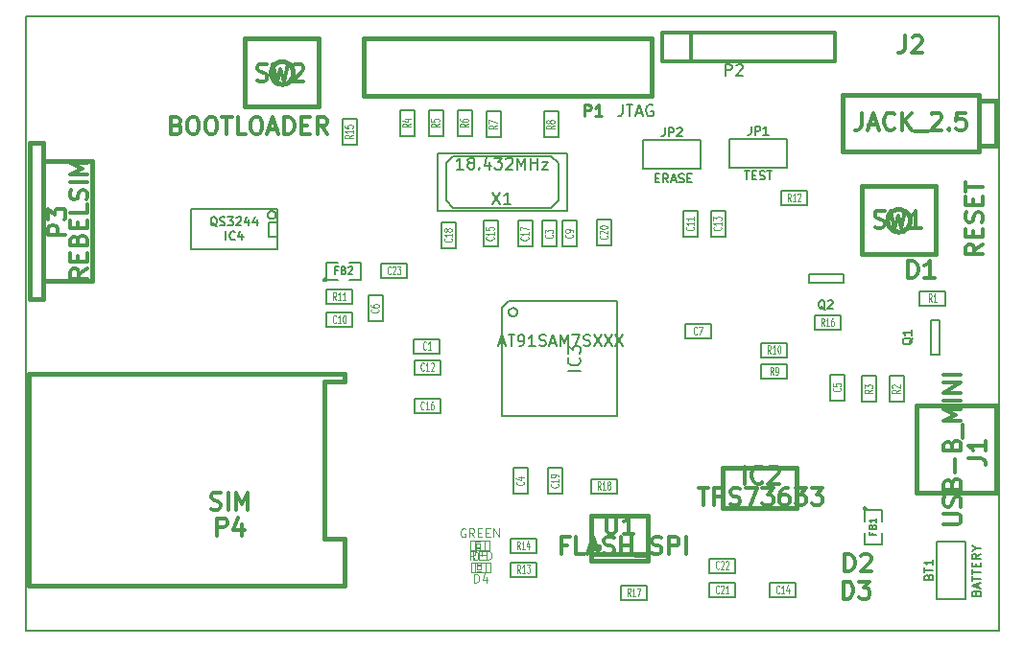
<source format=gto>
G04 (created by PCBNEW-RS274X (2010-00-09 BZR 23xx)-stable) date So 22 Mai 2011 15:51:25 CEST*
G01*
G70*
G90*
%MOIN*%
G04 Gerber Fmt 3.4, Leading zero omitted, Abs format*
%FSLAX34Y34*%
G04 APERTURE LIST*
%ADD10C,0.006000*%
%ADD11C,0.008000*%
%ADD12C,0.015000*%
%ADD13C,0.002600*%
%ADD14C,0.004000*%
%ADD15C,0.005000*%
%ADD16C,0.006500*%
%ADD17C,0.012000*%
%ADD18C,0.003500*%
%ADD19C,0.010000*%
%ADD20C,0.004500*%
%ADD21C,0.007500*%
G04 APERTURE END LIST*
G54D10*
G54D11*
X14450Y-56300D02*
X14450Y-34950D01*
X48250Y-56300D02*
X14450Y-56300D01*
X48250Y-34950D02*
X48250Y-56300D01*
X15250Y-34950D02*
X48250Y-34950D01*
X14450Y-34950D02*
X15250Y-34950D01*
G54D12*
X15057Y-39963D02*
X16750Y-39963D01*
X16750Y-39963D02*
X16750Y-44137D01*
X16750Y-44137D02*
X15057Y-44137D01*
X14585Y-39333D02*
X15057Y-39333D01*
X14585Y-44767D02*
X15057Y-44767D01*
X14585Y-39333D02*
X14585Y-44767D01*
X15057Y-44767D02*
X15057Y-39333D01*
X47562Y-39437D02*
X48153Y-39437D01*
X48153Y-39437D02*
X48153Y-37863D01*
X48153Y-37863D02*
X47562Y-37863D01*
X47562Y-39634D02*
X42838Y-39634D01*
X42838Y-39634D02*
X42838Y-37666D01*
X42838Y-37666D02*
X47562Y-37666D01*
X47562Y-37666D02*
X47562Y-39634D01*
G54D13*
X30049Y-53514D02*
X30049Y-53160D01*
X30049Y-53160D02*
X29892Y-53160D01*
X29892Y-53514D02*
X29892Y-53160D01*
X30049Y-53514D02*
X29892Y-53514D01*
X30560Y-53514D02*
X30560Y-53160D01*
X30560Y-53160D02*
X30403Y-53160D01*
X30403Y-53514D02*
X30403Y-53160D01*
X30560Y-53514D02*
X30403Y-53514D01*
X30226Y-53514D02*
X30226Y-53455D01*
X30226Y-53455D02*
X30108Y-53455D01*
X30108Y-53514D02*
X30108Y-53455D01*
X30226Y-53514D02*
X30108Y-53514D01*
X30226Y-53219D02*
X30226Y-53160D01*
X30226Y-53160D02*
X30108Y-53160D01*
X30108Y-53219D02*
X30108Y-53160D01*
X30226Y-53219D02*
X30108Y-53219D01*
X30226Y-53396D02*
X30226Y-53278D01*
X30226Y-53278D02*
X30108Y-53278D01*
X30108Y-53396D02*
X30108Y-53278D01*
X30226Y-53396D02*
X30108Y-53396D01*
G54D14*
X30049Y-53494D02*
X30403Y-53494D01*
X30049Y-53180D02*
X30403Y-53180D01*
G54D13*
X30076Y-54292D02*
X30076Y-53938D01*
X30076Y-53938D02*
X29919Y-53938D01*
X29919Y-54292D02*
X29919Y-53938D01*
X30076Y-54292D02*
X29919Y-54292D01*
X30587Y-54292D02*
X30587Y-53938D01*
X30587Y-53938D02*
X30430Y-53938D01*
X30430Y-54292D02*
X30430Y-53938D01*
X30587Y-54292D02*
X30430Y-54292D01*
X30253Y-54292D02*
X30253Y-54233D01*
X30253Y-54233D02*
X30135Y-54233D01*
X30135Y-54292D02*
X30135Y-54233D01*
X30253Y-54292D02*
X30135Y-54292D01*
X30253Y-53997D02*
X30253Y-53938D01*
X30253Y-53938D02*
X30135Y-53938D01*
X30135Y-53997D02*
X30135Y-53938D01*
X30253Y-53997D02*
X30135Y-53997D01*
X30253Y-54174D02*
X30253Y-54056D01*
X30253Y-54056D02*
X30135Y-54056D01*
X30135Y-54174D02*
X30135Y-54056D01*
X30253Y-54174D02*
X30135Y-54174D01*
G54D14*
X30076Y-54272D02*
X30430Y-54272D01*
X30076Y-53958D02*
X30430Y-53958D01*
G54D12*
X36200Y-37700D02*
X26200Y-37700D01*
X36200Y-35700D02*
X26200Y-35700D01*
X26200Y-35700D02*
X26200Y-37700D01*
X36202Y-37700D02*
X36202Y-35700D01*
G54D10*
X35900Y-40250D02*
X35900Y-39250D01*
X35900Y-39250D02*
X37900Y-39250D01*
X37900Y-39250D02*
X37900Y-40250D01*
X37900Y-40250D02*
X35900Y-40250D01*
X38900Y-40200D02*
X38900Y-39200D01*
X38900Y-39200D02*
X40900Y-39200D01*
X40900Y-39200D02*
X40900Y-40200D01*
X40900Y-40200D02*
X38900Y-40200D01*
X46100Y-53200D02*
X47100Y-53200D01*
X47100Y-53200D02*
X47100Y-55200D01*
X47100Y-55200D02*
X46100Y-55200D01*
X46100Y-55200D02*
X46100Y-53200D01*
G54D12*
X23744Y-36900D02*
X23736Y-36976D01*
X23714Y-37050D01*
X23678Y-37118D01*
X23629Y-37177D01*
X23570Y-37226D01*
X23502Y-37263D01*
X23429Y-37285D01*
X23352Y-37293D01*
X23277Y-37287D01*
X23203Y-37265D01*
X23135Y-37229D01*
X23075Y-37181D01*
X23025Y-37122D01*
X22988Y-37055D01*
X22965Y-36981D01*
X22957Y-36905D01*
X22963Y-36829D01*
X22984Y-36755D01*
X23019Y-36687D01*
X23067Y-36627D01*
X23126Y-36577D01*
X23193Y-36539D01*
X23266Y-36516D01*
X23342Y-36507D01*
X23418Y-36512D01*
X23492Y-36533D01*
X23561Y-36568D01*
X23621Y-36615D01*
X23671Y-36673D01*
X23709Y-36740D01*
X23734Y-36813D01*
X23743Y-36889D01*
X23744Y-36900D01*
X22070Y-38081D02*
X24630Y-38081D01*
X24630Y-38081D02*
X24630Y-35719D01*
X24630Y-35719D02*
X22070Y-35719D01*
X22070Y-35719D02*
X22070Y-38081D01*
X45164Y-42033D02*
X45156Y-42109D01*
X45134Y-42183D01*
X45098Y-42251D01*
X45049Y-42310D01*
X44990Y-42359D01*
X44922Y-42396D01*
X44849Y-42418D01*
X44772Y-42426D01*
X44697Y-42420D01*
X44623Y-42398D01*
X44555Y-42362D01*
X44495Y-42314D01*
X44445Y-42255D01*
X44408Y-42188D01*
X44385Y-42114D01*
X44377Y-42038D01*
X44383Y-41962D01*
X44404Y-41888D01*
X44439Y-41820D01*
X44487Y-41760D01*
X44546Y-41710D01*
X44613Y-41672D01*
X44686Y-41649D01*
X44762Y-41640D01*
X44838Y-41645D01*
X44912Y-41666D01*
X44981Y-41701D01*
X45041Y-41748D01*
X45091Y-41806D01*
X45129Y-41873D01*
X45154Y-41946D01*
X45163Y-42022D01*
X45164Y-42033D01*
X43490Y-43214D02*
X46050Y-43214D01*
X46050Y-43214D02*
X46050Y-40852D01*
X46050Y-40852D02*
X43490Y-40852D01*
X43490Y-40852D02*
X43490Y-43214D01*
G54D11*
X32950Y-41350D02*
X32950Y-40050D01*
X32950Y-40050D02*
X32700Y-39800D01*
X32700Y-39800D02*
X29300Y-39800D01*
X29300Y-39800D02*
X29050Y-40050D01*
X29050Y-40050D02*
X29050Y-41350D01*
X29050Y-41350D02*
X29300Y-41600D01*
X29300Y-41600D02*
X32700Y-41600D01*
X32700Y-41600D02*
X32950Y-41350D01*
X28750Y-41700D02*
X28750Y-39700D01*
X28750Y-39700D02*
X33250Y-39700D01*
X33250Y-39700D02*
X33250Y-41700D01*
X33250Y-41700D02*
X28750Y-41700D01*
G54D12*
X25541Y-53097D02*
X24824Y-53097D01*
X24824Y-53097D02*
X24824Y-47637D01*
X24824Y-47637D02*
X25541Y-47637D01*
X25541Y-47637D02*
X25541Y-47369D01*
X25541Y-47369D02*
X14576Y-47369D01*
X14576Y-47369D02*
X14576Y-51215D01*
X14576Y-51215D02*
X14576Y-54731D01*
X14576Y-54731D02*
X25541Y-54731D01*
X25541Y-54731D02*
X25541Y-53097D01*
G54D15*
X34982Y-51535D02*
X34082Y-51535D01*
X34082Y-51535D02*
X34082Y-51035D01*
X34082Y-51035D02*
X34982Y-51035D01*
X34982Y-51035D02*
X34982Y-51535D01*
X35121Y-54744D02*
X36021Y-54744D01*
X36021Y-54744D02*
X36021Y-55244D01*
X36021Y-55244D02*
X35121Y-55244D01*
X35121Y-55244D02*
X35121Y-54744D01*
X41850Y-45350D02*
X42750Y-45350D01*
X42750Y-45350D02*
X42750Y-45850D01*
X42750Y-45850D02*
X41850Y-45850D01*
X41850Y-45850D02*
X41850Y-45350D01*
X25450Y-39400D02*
X25450Y-38500D01*
X25450Y-38500D02*
X25950Y-38500D01*
X25950Y-38500D02*
X25950Y-39400D01*
X25950Y-39400D02*
X25450Y-39400D01*
X32186Y-53613D02*
X31286Y-53613D01*
X31286Y-53613D02*
X31286Y-53113D01*
X31286Y-53113D02*
X32186Y-53113D01*
X32186Y-53113D02*
X32186Y-53613D01*
X32200Y-54431D02*
X31300Y-54431D01*
X31300Y-54431D02*
X31300Y-53931D01*
X31300Y-53931D02*
X32200Y-53931D01*
X32200Y-53931D02*
X32200Y-54431D01*
X40692Y-41017D02*
X41592Y-41017D01*
X41592Y-41017D02*
X41592Y-41517D01*
X41592Y-41517D02*
X40692Y-41517D01*
X40692Y-41517D02*
X40692Y-41017D01*
X24900Y-44450D02*
X25800Y-44450D01*
X25800Y-44450D02*
X25800Y-44950D01*
X25800Y-44950D02*
X24900Y-44950D01*
X24900Y-44950D02*
X24900Y-44450D01*
X40000Y-46300D02*
X40900Y-46300D01*
X40900Y-46300D02*
X40900Y-46800D01*
X40900Y-46800D02*
X40000Y-46800D01*
X40000Y-46800D02*
X40000Y-46300D01*
X40000Y-47050D02*
X40900Y-47050D01*
X40900Y-47050D02*
X40900Y-47550D01*
X40900Y-47550D02*
X40000Y-47550D01*
X40000Y-47550D02*
X40000Y-47050D01*
X32950Y-38250D02*
X32950Y-39150D01*
X32950Y-39150D02*
X32450Y-39150D01*
X32450Y-39150D02*
X32450Y-38250D01*
X32450Y-38250D02*
X32950Y-38250D01*
X30950Y-38250D02*
X30950Y-39150D01*
X30950Y-39150D02*
X30450Y-39150D01*
X30450Y-39150D02*
X30450Y-38250D01*
X30450Y-38250D02*
X30950Y-38250D01*
X29950Y-38200D02*
X29950Y-39100D01*
X29950Y-39100D02*
X29450Y-39100D01*
X29450Y-39100D02*
X29450Y-38200D01*
X29450Y-38200D02*
X29950Y-38200D01*
X28950Y-38200D02*
X28950Y-39100D01*
X28950Y-39100D02*
X28450Y-39100D01*
X28450Y-39100D02*
X28450Y-38200D01*
X28450Y-38200D02*
X28950Y-38200D01*
X27950Y-38200D02*
X27950Y-39100D01*
X27950Y-39100D02*
X27450Y-39100D01*
X27450Y-39100D02*
X27450Y-38200D01*
X27450Y-38200D02*
X27950Y-38200D01*
X43500Y-48350D02*
X43500Y-47450D01*
X43500Y-47450D02*
X44000Y-47450D01*
X44000Y-47450D02*
X44000Y-48350D01*
X44000Y-48350D02*
X43500Y-48350D01*
X44450Y-48350D02*
X44450Y-47450D01*
X44450Y-47450D02*
X44950Y-47450D01*
X44950Y-47450D02*
X44950Y-48350D01*
X44950Y-48350D02*
X44450Y-48350D01*
X46400Y-45000D02*
X45500Y-45000D01*
X45500Y-45000D02*
X45500Y-44500D01*
X45500Y-44500D02*
X46400Y-44500D01*
X46400Y-44500D02*
X46400Y-45000D01*
X26800Y-43550D02*
X27700Y-43550D01*
X27700Y-43550D02*
X27700Y-44050D01*
X27700Y-44050D02*
X26800Y-44050D01*
X26800Y-44050D02*
X26800Y-43550D01*
X38200Y-53800D02*
X39100Y-53800D01*
X39100Y-53800D02*
X39100Y-54300D01*
X39100Y-54300D02*
X38200Y-54300D01*
X38200Y-54300D02*
X38200Y-53800D01*
X39100Y-55150D02*
X38200Y-55150D01*
X38200Y-55150D02*
X38200Y-54650D01*
X38200Y-54650D02*
X39100Y-54650D01*
X39100Y-54650D02*
X39100Y-55150D01*
X34300Y-42900D02*
X34300Y-42000D01*
X34300Y-42000D02*
X34800Y-42000D01*
X34800Y-42000D02*
X34800Y-42900D01*
X34800Y-42900D02*
X34300Y-42900D01*
X33100Y-50650D02*
X33100Y-51550D01*
X33100Y-51550D02*
X32600Y-51550D01*
X32600Y-51550D02*
X32600Y-50650D01*
X32600Y-50650D02*
X33100Y-50650D01*
X29400Y-42100D02*
X29400Y-43000D01*
X29400Y-43000D02*
X28900Y-43000D01*
X28900Y-43000D02*
X28900Y-42100D01*
X28900Y-42100D02*
X29400Y-42100D01*
X31550Y-42950D02*
X31550Y-42050D01*
X31550Y-42050D02*
X32050Y-42050D01*
X32050Y-42050D02*
X32050Y-42950D01*
X32050Y-42950D02*
X31550Y-42950D01*
X28850Y-48750D02*
X27950Y-48750D01*
X27950Y-48750D02*
X27950Y-48250D01*
X27950Y-48250D02*
X28850Y-48250D01*
X28850Y-48250D02*
X28850Y-48750D01*
X30350Y-42950D02*
X30350Y-42050D01*
X30350Y-42050D02*
X30850Y-42050D01*
X30850Y-42050D02*
X30850Y-42950D01*
X30850Y-42950D02*
X30350Y-42950D01*
X41200Y-55150D02*
X40300Y-55150D01*
X40300Y-55150D02*
X40300Y-54650D01*
X40300Y-54650D02*
X41200Y-54650D01*
X41200Y-54650D02*
X41200Y-55150D01*
X38250Y-42600D02*
X38250Y-41700D01*
X38250Y-41700D02*
X38750Y-41700D01*
X38750Y-41700D02*
X38750Y-42600D01*
X38750Y-42600D02*
X38250Y-42600D01*
X28850Y-47400D02*
X27950Y-47400D01*
X27950Y-47400D02*
X27950Y-46900D01*
X27950Y-46900D02*
X28850Y-46900D01*
X28850Y-46900D02*
X28850Y-47400D01*
X37300Y-42600D02*
X37300Y-41700D01*
X37300Y-41700D02*
X37800Y-41700D01*
X37800Y-41700D02*
X37800Y-42600D01*
X37800Y-42600D02*
X37300Y-42600D01*
X25800Y-45750D02*
X24900Y-45750D01*
X24900Y-45750D02*
X24900Y-45250D01*
X24900Y-45250D02*
X25800Y-45250D01*
X25800Y-45250D02*
X25800Y-45750D01*
X33100Y-42950D02*
X33100Y-42050D01*
X33100Y-42050D02*
X33600Y-42050D01*
X33600Y-42050D02*
X33600Y-42950D01*
X33600Y-42950D02*
X33100Y-42950D01*
X37350Y-45650D02*
X38250Y-45650D01*
X38250Y-45650D02*
X38250Y-46150D01*
X38250Y-46150D02*
X37350Y-46150D01*
X37350Y-46150D02*
X37350Y-45650D01*
X26350Y-45550D02*
X26350Y-44650D01*
X26350Y-44650D02*
X26850Y-44650D01*
X26850Y-44650D02*
X26850Y-45550D01*
X26850Y-45550D02*
X26350Y-45550D01*
X42400Y-48300D02*
X42400Y-47400D01*
X42400Y-47400D02*
X42900Y-47400D01*
X42900Y-47400D02*
X42900Y-48300D01*
X42900Y-48300D02*
X42400Y-48300D01*
X31900Y-50650D02*
X31900Y-51550D01*
X31900Y-51550D02*
X31400Y-51550D01*
X31400Y-51550D02*
X31400Y-50650D01*
X31400Y-50650D02*
X31900Y-50650D01*
X32397Y-42954D02*
X32397Y-42054D01*
X32397Y-42054D02*
X32897Y-42054D01*
X32897Y-42054D02*
X32897Y-42954D01*
X32897Y-42954D02*
X32397Y-42954D01*
X28840Y-46673D02*
X27940Y-46673D01*
X27940Y-46673D02*
X27940Y-46173D01*
X27940Y-46173D02*
X28840Y-46173D01*
X28840Y-46173D02*
X28840Y-46673D01*
X24900Y-44100D02*
X24899Y-44109D01*
X24896Y-44119D01*
X24891Y-44127D01*
X24885Y-44135D01*
X24877Y-44141D01*
X24869Y-44146D01*
X24860Y-44148D01*
X24850Y-44149D01*
X24841Y-44149D01*
X24832Y-44146D01*
X24823Y-44141D01*
X24816Y-44135D01*
X24809Y-44128D01*
X24805Y-44119D01*
X24802Y-44110D01*
X24801Y-44100D01*
X24801Y-44091D01*
X24804Y-44082D01*
X24808Y-44073D01*
X24815Y-44066D01*
X24822Y-44059D01*
X24830Y-44055D01*
X24840Y-44052D01*
X24849Y-44051D01*
X24858Y-44051D01*
X24868Y-44054D01*
X24876Y-44058D01*
X24884Y-44064D01*
X24890Y-44072D01*
X24895Y-44080D01*
X24898Y-44089D01*
X24899Y-44099D01*
X24900Y-44100D01*
X25300Y-44100D02*
X24900Y-44100D01*
X24900Y-44100D02*
X24900Y-43500D01*
X24900Y-43500D02*
X25300Y-43500D01*
X25700Y-43500D02*
X26100Y-43500D01*
X26100Y-43500D02*
X26100Y-44100D01*
X26100Y-44100D02*
X25700Y-44100D01*
X43650Y-52050D02*
X43649Y-52059D01*
X43646Y-52069D01*
X43641Y-52077D01*
X43635Y-52085D01*
X43627Y-52091D01*
X43619Y-52096D01*
X43610Y-52098D01*
X43600Y-52099D01*
X43591Y-52099D01*
X43582Y-52096D01*
X43573Y-52091D01*
X43566Y-52085D01*
X43559Y-52078D01*
X43555Y-52069D01*
X43552Y-52060D01*
X43551Y-52050D01*
X43551Y-52041D01*
X43554Y-52032D01*
X43558Y-52023D01*
X43565Y-52016D01*
X43572Y-52009D01*
X43580Y-52005D01*
X43590Y-52002D01*
X43599Y-52001D01*
X43608Y-52001D01*
X43618Y-52004D01*
X43626Y-52008D01*
X43634Y-52014D01*
X43640Y-52022D01*
X43645Y-52030D01*
X43648Y-52039D01*
X43649Y-52049D01*
X43650Y-52050D01*
X43600Y-52500D02*
X43600Y-52100D01*
X43600Y-52100D02*
X44200Y-52100D01*
X44200Y-52100D02*
X44200Y-52500D01*
X44200Y-52900D02*
X44200Y-53300D01*
X44200Y-53300D02*
X43600Y-53300D01*
X43600Y-53300D02*
X43600Y-52900D01*
G54D12*
X34373Y-53415D02*
X34372Y-53422D01*
X34370Y-53429D01*
X34366Y-53436D01*
X34361Y-53442D01*
X34355Y-53447D01*
X34349Y-53450D01*
X34341Y-53453D01*
X34334Y-53453D01*
X34327Y-53453D01*
X34320Y-53451D01*
X34313Y-53447D01*
X34307Y-53442D01*
X34302Y-53437D01*
X34299Y-53430D01*
X34296Y-53423D01*
X34296Y-53415D01*
X34296Y-53408D01*
X34298Y-53401D01*
X34302Y-53394D01*
X34306Y-53388D01*
X34312Y-53383D01*
X34319Y-53380D01*
X34326Y-53377D01*
X34334Y-53377D01*
X34340Y-53377D01*
X34348Y-53379D01*
X34354Y-53383D01*
X34360Y-53387D01*
X34365Y-53393D01*
X34369Y-53400D01*
X34372Y-53407D01*
X34372Y-53414D01*
X34373Y-53415D01*
X34098Y-53651D02*
X36066Y-53651D01*
X34098Y-53887D02*
X34098Y-52313D01*
X34098Y-52313D02*
X36066Y-52313D01*
X36066Y-52313D02*
X36066Y-53887D01*
X36066Y-53887D02*
X34098Y-53887D01*
X38661Y-50651D02*
X41239Y-50651D01*
X41239Y-50651D02*
X41239Y-52049D01*
X41239Y-52049D02*
X38661Y-52049D01*
X38661Y-52049D02*
X38661Y-50651D01*
G54D15*
X42850Y-44200D02*
X41650Y-44200D01*
X41650Y-44200D02*
X41650Y-43900D01*
X41650Y-43900D02*
X42850Y-43900D01*
X42850Y-43900D02*
X42850Y-44200D01*
G54D16*
X20200Y-43050D02*
X23200Y-43050D01*
X23200Y-41650D02*
X20200Y-41650D01*
X20200Y-43050D02*
X20200Y-41650D01*
G54D10*
X23200Y-41650D02*
X23200Y-43050D01*
G54D15*
X23141Y-41850D02*
X23138Y-41877D01*
X23130Y-41903D01*
X23117Y-41928D01*
X23100Y-41949D01*
X23078Y-41966D01*
X23054Y-41979D01*
X23028Y-41988D01*
X23000Y-41990D01*
X22974Y-41988D01*
X22948Y-41980D01*
X22923Y-41967D01*
X22902Y-41950D01*
X22884Y-41929D01*
X22871Y-41905D01*
X22863Y-41879D01*
X22860Y-41851D01*
X22862Y-41825D01*
X22869Y-41799D01*
X22882Y-41774D01*
X22899Y-41753D01*
X22920Y-41735D01*
X22944Y-41721D01*
X22970Y-41713D01*
X22998Y-41710D01*
X23024Y-41712D01*
X23050Y-41719D01*
X23075Y-41731D01*
X23097Y-41748D01*
X23115Y-41769D01*
X23128Y-41793D01*
X23137Y-41819D01*
X23140Y-41847D01*
X23141Y-41850D01*
X23200Y-42600D02*
X22900Y-42600D01*
X22900Y-42600D02*
X22900Y-42100D01*
X22900Y-42100D02*
X23200Y-42100D01*
G54D11*
X31532Y-45232D02*
X31529Y-45261D01*
X31520Y-45289D01*
X31506Y-45315D01*
X31488Y-45337D01*
X31465Y-45356D01*
X31440Y-45370D01*
X31412Y-45378D01*
X31383Y-45381D01*
X31354Y-45379D01*
X31326Y-45371D01*
X31300Y-45357D01*
X31278Y-45339D01*
X31259Y-45316D01*
X31245Y-45291D01*
X31236Y-45263D01*
X31233Y-45234D01*
X31235Y-45205D01*
X31243Y-45177D01*
X31256Y-45151D01*
X31275Y-45128D01*
X31297Y-45109D01*
X31322Y-45095D01*
X31350Y-45086D01*
X31379Y-45083D01*
X31408Y-45085D01*
X31436Y-45093D01*
X31462Y-45106D01*
X31485Y-45124D01*
X31504Y-45146D01*
X31519Y-45171D01*
X31528Y-45199D01*
X31531Y-45228D01*
X31532Y-45232D01*
X34982Y-48832D02*
X34982Y-44832D01*
X34982Y-44832D02*
X31232Y-44832D01*
X31232Y-44832D02*
X30982Y-45082D01*
X30982Y-45082D02*
X30982Y-48832D01*
X30982Y-48832D02*
X34982Y-48832D01*
G54D12*
X45394Y-51516D02*
X48150Y-51516D01*
X48150Y-51516D02*
X48150Y-48484D01*
X48150Y-48484D02*
X45394Y-48484D01*
X45394Y-48484D02*
X45394Y-51516D01*
G54D15*
X45900Y-46700D02*
X45900Y-45500D01*
X45900Y-45500D02*
X46200Y-45500D01*
X46200Y-45500D02*
X46200Y-46700D01*
X46200Y-46700D02*
X45900Y-46700D01*
G54D17*
X36550Y-36500D02*
X36550Y-35500D01*
X36550Y-35500D02*
X42550Y-35500D01*
X42550Y-35500D02*
X42550Y-36500D01*
X42550Y-36500D02*
X36550Y-36500D01*
X37550Y-36500D02*
X37550Y-35500D01*
X15843Y-42542D02*
X15243Y-42542D01*
X15243Y-42314D01*
X15271Y-42256D01*
X15300Y-42228D01*
X15357Y-42199D01*
X15443Y-42199D01*
X15500Y-42228D01*
X15529Y-42256D01*
X15557Y-42314D01*
X15557Y-42542D01*
X15243Y-41999D02*
X15243Y-41628D01*
X15471Y-41828D01*
X15471Y-41742D01*
X15500Y-41685D01*
X15529Y-41656D01*
X15586Y-41628D01*
X15729Y-41628D01*
X15786Y-41656D01*
X15814Y-41685D01*
X15843Y-41742D01*
X15843Y-41914D01*
X15814Y-41971D01*
X15786Y-41999D01*
X16593Y-43721D02*
X16307Y-43921D01*
X16593Y-44064D02*
X15993Y-44064D01*
X15993Y-43836D01*
X16021Y-43778D01*
X16050Y-43750D01*
X16107Y-43721D01*
X16193Y-43721D01*
X16250Y-43750D01*
X16279Y-43778D01*
X16307Y-43836D01*
X16307Y-44064D01*
X16279Y-43464D02*
X16279Y-43264D01*
X16593Y-43178D02*
X16593Y-43464D01*
X15993Y-43464D01*
X15993Y-43178D01*
X16279Y-42721D02*
X16307Y-42635D01*
X16336Y-42607D01*
X16393Y-42578D01*
X16479Y-42578D01*
X16536Y-42607D01*
X16564Y-42635D01*
X16593Y-42693D01*
X16593Y-42921D01*
X15993Y-42921D01*
X15993Y-42721D01*
X16021Y-42664D01*
X16050Y-42635D01*
X16107Y-42607D01*
X16164Y-42607D01*
X16221Y-42635D01*
X16250Y-42664D01*
X16279Y-42721D01*
X16279Y-42921D01*
X16279Y-42321D02*
X16279Y-42121D01*
X16593Y-42035D02*
X16593Y-42321D01*
X15993Y-42321D01*
X15993Y-42035D01*
X16593Y-41492D02*
X16593Y-41778D01*
X15993Y-41778D01*
X16564Y-41321D02*
X16593Y-41235D01*
X16593Y-41092D01*
X16564Y-41035D01*
X16536Y-41006D01*
X16479Y-40978D01*
X16421Y-40978D01*
X16364Y-41006D01*
X16336Y-41035D01*
X16307Y-41092D01*
X16279Y-41206D01*
X16250Y-41264D01*
X16221Y-41292D01*
X16164Y-41321D01*
X16107Y-41321D01*
X16050Y-41292D01*
X16021Y-41264D01*
X15993Y-41206D01*
X15993Y-41064D01*
X16021Y-40978D01*
X16593Y-40721D02*
X15993Y-40721D01*
X16593Y-40435D02*
X15993Y-40435D01*
X16421Y-40235D01*
X15993Y-40035D01*
X16593Y-40035D01*
X45000Y-35616D02*
X45000Y-36044D01*
X44972Y-36130D01*
X44915Y-36187D01*
X44829Y-36216D01*
X44772Y-36216D01*
X45257Y-35673D02*
X45286Y-35644D01*
X45343Y-35616D01*
X45486Y-35616D01*
X45543Y-35644D01*
X45572Y-35673D01*
X45600Y-35730D01*
X45600Y-35787D01*
X45572Y-35873D01*
X45229Y-36216D01*
X45600Y-36216D01*
X43486Y-38293D02*
X43486Y-38721D01*
X43458Y-38807D01*
X43401Y-38864D01*
X43315Y-38893D01*
X43258Y-38893D01*
X43743Y-38721D02*
X44029Y-38721D01*
X43686Y-38893D02*
X43886Y-38293D01*
X44086Y-38893D01*
X44629Y-38836D02*
X44600Y-38864D01*
X44514Y-38893D01*
X44457Y-38893D01*
X44372Y-38864D01*
X44314Y-38807D01*
X44286Y-38750D01*
X44257Y-38636D01*
X44257Y-38550D01*
X44286Y-38436D01*
X44314Y-38379D01*
X44372Y-38321D01*
X44457Y-38293D01*
X44514Y-38293D01*
X44600Y-38321D01*
X44629Y-38350D01*
X44886Y-38893D02*
X44886Y-38293D01*
X45229Y-38893D02*
X44972Y-38550D01*
X45229Y-38293D02*
X44886Y-38636D01*
X45343Y-38950D02*
X45800Y-38950D01*
X45914Y-38350D02*
X45943Y-38321D01*
X46000Y-38293D01*
X46143Y-38293D01*
X46200Y-38321D01*
X46229Y-38350D01*
X46257Y-38407D01*
X46257Y-38464D01*
X46229Y-38550D01*
X45886Y-38893D01*
X46257Y-38893D01*
X46514Y-38836D02*
X46542Y-38864D01*
X46514Y-38893D01*
X46485Y-38864D01*
X46514Y-38836D01*
X46514Y-38893D01*
X47086Y-38293D02*
X46800Y-38293D01*
X46771Y-38579D01*
X46800Y-38550D01*
X46857Y-38521D01*
X47000Y-38521D01*
X47057Y-38550D01*
X47086Y-38579D01*
X47114Y-38636D01*
X47114Y-38779D01*
X47086Y-38836D01*
X47057Y-38864D01*
X47000Y-38893D01*
X46857Y-38893D01*
X46800Y-38864D01*
X46771Y-38836D01*
G54D18*
X30004Y-53858D02*
X30004Y-53558D01*
X30076Y-53558D01*
X30119Y-53573D01*
X30147Y-53601D01*
X30162Y-53630D01*
X30176Y-53687D01*
X30176Y-53730D01*
X30162Y-53787D01*
X30147Y-53816D01*
X30119Y-53844D01*
X30076Y-53858D01*
X30004Y-53858D01*
X30447Y-53558D02*
X30304Y-53558D01*
X30290Y-53701D01*
X30304Y-53687D01*
X30333Y-53673D01*
X30404Y-53673D01*
X30433Y-53687D01*
X30447Y-53701D01*
X30462Y-53730D01*
X30462Y-53801D01*
X30447Y-53830D01*
X30433Y-53844D01*
X30404Y-53858D01*
X30333Y-53858D01*
X30304Y-53844D01*
X30290Y-53830D01*
X29727Y-52773D02*
X29698Y-52758D01*
X29655Y-52758D01*
X29612Y-52773D01*
X29584Y-52801D01*
X29569Y-52830D01*
X29555Y-52887D01*
X29555Y-52930D01*
X29569Y-52987D01*
X29584Y-53016D01*
X29612Y-53044D01*
X29655Y-53058D01*
X29684Y-53058D01*
X29727Y-53044D01*
X29741Y-53030D01*
X29741Y-52930D01*
X29684Y-52930D01*
X30041Y-53058D02*
X29941Y-52916D01*
X29869Y-53058D02*
X29869Y-52758D01*
X29984Y-52758D01*
X30012Y-52773D01*
X30027Y-52787D01*
X30041Y-52816D01*
X30041Y-52858D01*
X30027Y-52887D01*
X30012Y-52901D01*
X29984Y-52916D01*
X29869Y-52916D01*
X30169Y-52901D02*
X30269Y-52901D01*
X30312Y-53058D02*
X30169Y-53058D01*
X30169Y-52758D01*
X30312Y-52758D01*
X30440Y-52901D02*
X30540Y-52901D01*
X30583Y-53058D02*
X30440Y-53058D01*
X30440Y-52758D01*
X30583Y-52758D01*
X30711Y-53058D02*
X30711Y-52758D01*
X30883Y-53058D01*
X30883Y-52758D01*
X30031Y-54636D02*
X30031Y-54336D01*
X30103Y-54336D01*
X30146Y-54351D01*
X30174Y-54379D01*
X30189Y-54408D01*
X30203Y-54465D01*
X30203Y-54508D01*
X30189Y-54565D01*
X30174Y-54594D01*
X30146Y-54622D01*
X30103Y-54636D01*
X30031Y-54636D01*
X30460Y-54436D02*
X30460Y-54636D01*
X30389Y-54322D02*
X30317Y-54536D01*
X30503Y-54536D01*
X30061Y-53836D02*
X29961Y-53694D01*
X29889Y-53836D02*
X29889Y-53536D01*
X30004Y-53536D01*
X30032Y-53551D01*
X30047Y-53565D01*
X30061Y-53594D01*
X30061Y-53636D01*
X30047Y-53665D01*
X30032Y-53679D01*
X30004Y-53694D01*
X29889Y-53694D01*
X30189Y-53679D02*
X30289Y-53679D01*
X30332Y-53836D02*
X30189Y-53836D01*
X30189Y-53536D01*
X30332Y-53536D01*
X30460Y-53836D02*
X30460Y-53536D01*
X30532Y-53536D01*
X30575Y-53551D01*
X30603Y-53579D01*
X30618Y-53608D01*
X30632Y-53665D01*
X30632Y-53708D01*
X30618Y-53765D01*
X30603Y-53794D01*
X30575Y-53822D01*
X30532Y-53836D01*
X30460Y-53836D01*
G54D19*
X33855Y-38412D02*
X33855Y-38012D01*
X34008Y-38012D01*
X34046Y-38031D01*
X34065Y-38050D01*
X34084Y-38088D01*
X34084Y-38145D01*
X34065Y-38183D01*
X34046Y-38202D01*
X34008Y-38221D01*
X33855Y-38221D01*
X34465Y-38412D02*
X34236Y-38412D01*
X34350Y-38412D02*
X34350Y-38012D01*
X34312Y-38069D01*
X34274Y-38107D01*
X34236Y-38126D01*
G54D11*
X35184Y-38012D02*
X35184Y-38298D01*
X35164Y-38355D01*
X35126Y-38393D01*
X35069Y-38412D01*
X35031Y-38412D01*
X35317Y-38012D02*
X35546Y-38012D01*
X35431Y-38412D02*
X35431Y-38012D01*
X35660Y-38298D02*
X35851Y-38298D01*
X35622Y-38412D02*
X35755Y-38012D01*
X35889Y-38412D01*
X36232Y-38031D02*
X36194Y-38012D01*
X36137Y-38012D01*
X36079Y-38031D01*
X36041Y-38069D01*
X36022Y-38107D01*
X36003Y-38183D01*
X36003Y-38240D01*
X36022Y-38317D01*
X36041Y-38355D01*
X36079Y-38393D01*
X36137Y-38412D01*
X36175Y-38412D01*
X36232Y-38393D01*
X36251Y-38374D01*
X36251Y-38240D01*
X36175Y-38240D01*
G54D10*
X36650Y-38821D02*
X36650Y-39036D01*
X36636Y-39079D01*
X36607Y-39107D01*
X36564Y-39121D01*
X36536Y-39121D01*
X36793Y-39121D02*
X36793Y-38821D01*
X36908Y-38821D01*
X36936Y-38836D01*
X36951Y-38850D01*
X36965Y-38879D01*
X36965Y-38921D01*
X36951Y-38950D01*
X36936Y-38964D01*
X36908Y-38979D01*
X36793Y-38979D01*
X37079Y-38850D02*
X37093Y-38836D01*
X37122Y-38821D01*
X37193Y-38821D01*
X37222Y-38836D01*
X37236Y-38850D01*
X37251Y-38879D01*
X37251Y-38907D01*
X37236Y-38950D01*
X37065Y-39121D01*
X37251Y-39121D01*
X36329Y-40564D02*
X36429Y-40564D01*
X36472Y-40721D02*
X36329Y-40721D01*
X36329Y-40421D01*
X36472Y-40421D01*
X36772Y-40721D02*
X36672Y-40579D01*
X36600Y-40721D02*
X36600Y-40421D01*
X36715Y-40421D01*
X36743Y-40436D01*
X36758Y-40450D01*
X36772Y-40479D01*
X36772Y-40521D01*
X36758Y-40550D01*
X36743Y-40564D01*
X36715Y-40579D01*
X36600Y-40579D01*
X36886Y-40636D02*
X37029Y-40636D01*
X36858Y-40721D02*
X36958Y-40421D01*
X37058Y-40721D01*
X37143Y-40707D02*
X37186Y-40721D01*
X37257Y-40721D01*
X37286Y-40707D01*
X37300Y-40693D01*
X37315Y-40664D01*
X37315Y-40636D01*
X37300Y-40607D01*
X37286Y-40593D01*
X37257Y-40579D01*
X37200Y-40564D01*
X37172Y-40550D01*
X37157Y-40536D01*
X37143Y-40507D01*
X37143Y-40479D01*
X37157Y-40450D01*
X37172Y-40436D01*
X37200Y-40421D01*
X37272Y-40421D01*
X37315Y-40436D01*
X37443Y-40564D02*
X37543Y-40564D01*
X37586Y-40721D02*
X37443Y-40721D01*
X37443Y-40421D01*
X37586Y-40421D01*
X39650Y-38771D02*
X39650Y-38986D01*
X39636Y-39029D01*
X39607Y-39057D01*
X39564Y-39071D01*
X39536Y-39071D01*
X39793Y-39071D02*
X39793Y-38771D01*
X39908Y-38771D01*
X39936Y-38786D01*
X39951Y-38800D01*
X39965Y-38829D01*
X39965Y-38871D01*
X39951Y-38900D01*
X39936Y-38914D01*
X39908Y-38929D01*
X39793Y-38929D01*
X40251Y-39071D02*
X40079Y-39071D01*
X40165Y-39071D02*
X40165Y-38771D01*
X40136Y-38814D01*
X40108Y-38843D01*
X40079Y-38857D01*
X39422Y-40321D02*
X39593Y-40321D01*
X39507Y-40621D02*
X39507Y-40321D01*
X39693Y-40464D02*
X39793Y-40464D01*
X39836Y-40621D02*
X39693Y-40621D01*
X39693Y-40321D01*
X39836Y-40321D01*
X39950Y-40607D02*
X39993Y-40621D01*
X40064Y-40621D01*
X40093Y-40607D01*
X40107Y-40593D01*
X40122Y-40564D01*
X40122Y-40536D01*
X40107Y-40507D01*
X40093Y-40493D01*
X40064Y-40479D01*
X40007Y-40464D01*
X39979Y-40450D01*
X39964Y-40436D01*
X39950Y-40407D01*
X39950Y-40379D01*
X39964Y-40350D01*
X39979Y-40336D01*
X40007Y-40321D01*
X40079Y-40321D01*
X40122Y-40336D01*
X40208Y-40321D02*
X40379Y-40321D01*
X40293Y-40621D02*
X40293Y-40321D01*
X45814Y-54436D02*
X45829Y-54393D01*
X45843Y-54378D01*
X45871Y-54364D01*
X45914Y-54364D01*
X45943Y-54378D01*
X45957Y-54393D01*
X45971Y-54421D01*
X45971Y-54536D01*
X45671Y-54536D01*
X45671Y-54436D01*
X45686Y-54407D01*
X45700Y-54393D01*
X45729Y-54378D01*
X45757Y-54378D01*
X45786Y-54393D01*
X45800Y-54407D01*
X45814Y-54436D01*
X45814Y-54536D01*
X45671Y-54278D02*
X45671Y-54107D01*
X45971Y-54193D02*
X45671Y-54193D01*
X45971Y-53849D02*
X45971Y-54021D01*
X45971Y-53935D02*
X45671Y-53935D01*
X45714Y-53964D01*
X45743Y-53992D01*
X45757Y-54021D01*
X47464Y-55000D02*
X47479Y-54957D01*
X47493Y-54942D01*
X47521Y-54928D01*
X47564Y-54928D01*
X47593Y-54942D01*
X47607Y-54957D01*
X47621Y-54985D01*
X47621Y-55100D01*
X47321Y-55100D01*
X47321Y-55000D01*
X47336Y-54971D01*
X47350Y-54957D01*
X47379Y-54942D01*
X47407Y-54942D01*
X47436Y-54957D01*
X47450Y-54971D01*
X47464Y-55000D01*
X47464Y-55100D01*
X47536Y-54814D02*
X47536Y-54671D01*
X47621Y-54842D02*
X47321Y-54742D01*
X47621Y-54642D01*
X47321Y-54585D02*
X47321Y-54414D01*
X47621Y-54500D02*
X47321Y-54500D01*
X47321Y-54356D02*
X47321Y-54185D01*
X47621Y-54271D02*
X47321Y-54271D01*
X47464Y-54085D02*
X47464Y-53985D01*
X47621Y-53942D02*
X47621Y-54085D01*
X47321Y-54085D01*
X47321Y-53942D01*
X47621Y-53642D02*
X47479Y-53742D01*
X47621Y-53814D02*
X47321Y-53814D01*
X47321Y-53699D01*
X47336Y-53671D01*
X47350Y-53656D01*
X47379Y-53642D01*
X47421Y-53642D01*
X47450Y-53656D01*
X47464Y-53671D01*
X47479Y-53699D01*
X47479Y-53814D01*
X47479Y-53456D02*
X47621Y-53456D01*
X47321Y-53556D02*
X47479Y-53456D01*
X47321Y-53356D01*
G54D17*
X22500Y-37164D02*
X22586Y-37193D01*
X22729Y-37193D01*
X22786Y-37164D01*
X22815Y-37136D01*
X22843Y-37079D01*
X22843Y-37021D01*
X22815Y-36964D01*
X22786Y-36936D01*
X22729Y-36907D01*
X22615Y-36879D01*
X22557Y-36850D01*
X22529Y-36821D01*
X22500Y-36764D01*
X22500Y-36707D01*
X22529Y-36650D01*
X22557Y-36621D01*
X22615Y-36593D01*
X22757Y-36593D01*
X22843Y-36621D01*
X23043Y-36593D02*
X23186Y-37193D01*
X23300Y-36764D01*
X23414Y-37193D01*
X23557Y-36593D01*
X23757Y-36650D02*
X23786Y-36621D01*
X23843Y-36593D01*
X23986Y-36593D01*
X24043Y-36621D01*
X24072Y-36650D01*
X24100Y-36707D01*
X24100Y-36764D01*
X24072Y-36850D01*
X23729Y-37193D01*
X24100Y-37193D01*
X19700Y-38729D02*
X19786Y-38757D01*
X19814Y-38786D01*
X19843Y-38843D01*
X19843Y-38929D01*
X19814Y-38986D01*
X19786Y-39014D01*
X19728Y-39043D01*
X19500Y-39043D01*
X19500Y-38443D01*
X19700Y-38443D01*
X19757Y-38471D01*
X19786Y-38500D01*
X19814Y-38557D01*
X19814Y-38614D01*
X19786Y-38671D01*
X19757Y-38700D01*
X19700Y-38729D01*
X19500Y-38729D01*
X20214Y-38443D02*
X20328Y-38443D01*
X20386Y-38471D01*
X20443Y-38529D01*
X20471Y-38643D01*
X20471Y-38843D01*
X20443Y-38957D01*
X20386Y-39014D01*
X20328Y-39043D01*
X20214Y-39043D01*
X20157Y-39014D01*
X20100Y-38957D01*
X20071Y-38843D01*
X20071Y-38643D01*
X20100Y-38529D01*
X20157Y-38471D01*
X20214Y-38443D01*
X20843Y-38443D02*
X20957Y-38443D01*
X21015Y-38471D01*
X21072Y-38529D01*
X21100Y-38643D01*
X21100Y-38843D01*
X21072Y-38957D01*
X21015Y-39014D01*
X20957Y-39043D01*
X20843Y-39043D01*
X20786Y-39014D01*
X20729Y-38957D01*
X20700Y-38843D01*
X20700Y-38643D01*
X20729Y-38529D01*
X20786Y-38471D01*
X20843Y-38443D01*
X21272Y-38443D02*
X21615Y-38443D01*
X21444Y-39043D02*
X21444Y-38443D01*
X22101Y-39043D02*
X21815Y-39043D01*
X21815Y-38443D01*
X22415Y-38443D02*
X22529Y-38443D01*
X22587Y-38471D01*
X22644Y-38529D01*
X22672Y-38643D01*
X22672Y-38843D01*
X22644Y-38957D01*
X22587Y-39014D01*
X22529Y-39043D01*
X22415Y-39043D01*
X22358Y-39014D01*
X22301Y-38957D01*
X22272Y-38843D01*
X22272Y-38643D01*
X22301Y-38529D01*
X22358Y-38471D01*
X22415Y-38443D01*
X22901Y-38871D02*
X23187Y-38871D01*
X22844Y-39043D02*
X23044Y-38443D01*
X23244Y-39043D01*
X23444Y-39043D02*
X23444Y-38443D01*
X23587Y-38443D01*
X23672Y-38471D01*
X23730Y-38529D01*
X23758Y-38586D01*
X23787Y-38700D01*
X23787Y-38786D01*
X23758Y-38900D01*
X23730Y-38957D01*
X23672Y-39014D01*
X23587Y-39043D01*
X23444Y-39043D01*
X24044Y-38729D02*
X24244Y-38729D01*
X24330Y-39043D02*
X24044Y-39043D01*
X24044Y-38443D01*
X24330Y-38443D01*
X24930Y-39043D02*
X24730Y-38757D01*
X24587Y-39043D02*
X24587Y-38443D01*
X24815Y-38443D01*
X24873Y-38471D01*
X24901Y-38500D01*
X24930Y-38557D01*
X24930Y-38643D01*
X24901Y-38700D01*
X24873Y-38729D01*
X24815Y-38757D01*
X24587Y-38757D01*
X43950Y-42264D02*
X44036Y-42293D01*
X44179Y-42293D01*
X44236Y-42264D01*
X44265Y-42236D01*
X44293Y-42179D01*
X44293Y-42121D01*
X44265Y-42064D01*
X44236Y-42036D01*
X44179Y-42007D01*
X44065Y-41979D01*
X44007Y-41950D01*
X43979Y-41921D01*
X43950Y-41864D01*
X43950Y-41807D01*
X43979Y-41750D01*
X44007Y-41721D01*
X44065Y-41693D01*
X44207Y-41693D01*
X44293Y-41721D01*
X44493Y-41693D02*
X44636Y-42293D01*
X44750Y-41864D01*
X44864Y-42293D01*
X45007Y-41693D01*
X45550Y-42293D02*
X45207Y-42293D01*
X45379Y-42293D02*
X45379Y-41693D01*
X45322Y-41779D01*
X45264Y-41836D01*
X45207Y-41864D01*
X47693Y-42871D02*
X47407Y-43071D01*
X47693Y-43214D02*
X47093Y-43214D01*
X47093Y-42986D01*
X47121Y-42928D01*
X47150Y-42900D01*
X47207Y-42871D01*
X47293Y-42871D01*
X47350Y-42900D01*
X47379Y-42928D01*
X47407Y-42986D01*
X47407Y-43214D01*
X47379Y-42614D02*
X47379Y-42414D01*
X47693Y-42328D02*
X47693Y-42614D01*
X47093Y-42614D01*
X47093Y-42328D01*
X47664Y-42100D02*
X47693Y-42014D01*
X47693Y-41871D01*
X47664Y-41814D01*
X47636Y-41785D01*
X47579Y-41757D01*
X47521Y-41757D01*
X47464Y-41785D01*
X47436Y-41814D01*
X47407Y-41871D01*
X47379Y-41985D01*
X47350Y-42043D01*
X47321Y-42071D01*
X47264Y-42100D01*
X47207Y-42100D01*
X47150Y-42071D01*
X47121Y-42043D01*
X47093Y-41985D01*
X47093Y-41843D01*
X47121Y-41757D01*
X47379Y-41500D02*
X47379Y-41300D01*
X47693Y-41214D02*
X47693Y-41500D01*
X47093Y-41500D01*
X47093Y-41214D01*
X47093Y-41043D02*
X47093Y-40700D01*
X47693Y-40871D02*
X47093Y-40871D01*
G54D11*
X30676Y-41062D02*
X30943Y-41462D01*
X30943Y-41062D02*
X30676Y-41462D01*
X31305Y-41462D02*
X31076Y-41462D01*
X31190Y-41462D02*
X31190Y-41062D01*
X31152Y-41119D01*
X31114Y-41157D01*
X31076Y-41176D01*
X29658Y-40262D02*
X29429Y-40262D01*
X29543Y-40262D02*
X29543Y-39862D01*
X29505Y-39919D01*
X29467Y-39957D01*
X29429Y-39976D01*
X29886Y-40033D02*
X29848Y-40014D01*
X29829Y-39995D01*
X29810Y-39957D01*
X29810Y-39938D01*
X29829Y-39900D01*
X29848Y-39881D01*
X29886Y-39862D01*
X29963Y-39862D01*
X30001Y-39881D01*
X30020Y-39900D01*
X30039Y-39938D01*
X30039Y-39957D01*
X30020Y-39995D01*
X30001Y-40014D01*
X29963Y-40033D01*
X29886Y-40033D01*
X29848Y-40052D01*
X29829Y-40071D01*
X29810Y-40110D01*
X29810Y-40186D01*
X29829Y-40224D01*
X29848Y-40243D01*
X29886Y-40262D01*
X29963Y-40262D01*
X30001Y-40243D01*
X30020Y-40224D01*
X30039Y-40186D01*
X30039Y-40110D01*
X30020Y-40071D01*
X30001Y-40052D01*
X29963Y-40033D01*
X30210Y-40224D02*
X30229Y-40243D01*
X30210Y-40262D01*
X30191Y-40243D01*
X30210Y-40224D01*
X30210Y-40262D01*
X30572Y-39995D02*
X30572Y-40262D01*
X30476Y-39843D02*
X30381Y-40129D01*
X30629Y-40129D01*
X30743Y-39862D02*
X30991Y-39862D01*
X30857Y-40014D01*
X30915Y-40014D01*
X30953Y-40033D01*
X30972Y-40052D01*
X30991Y-40090D01*
X30991Y-40186D01*
X30972Y-40224D01*
X30953Y-40243D01*
X30915Y-40262D01*
X30800Y-40262D01*
X30762Y-40243D01*
X30743Y-40224D01*
X31143Y-39900D02*
X31162Y-39881D01*
X31200Y-39862D01*
X31296Y-39862D01*
X31334Y-39881D01*
X31353Y-39900D01*
X31372Y-39938D01*
X31372Y-39976D01*
X31353Y-40033D01*
X31124Y-40262D01*
X31372Y-40262D01*
X31543Y-40262D02*
X31543Y-39862D01*
X31677Y-40148D01*
X31810Y-39862D01*
X31810Y-40262D01*
X32000Y-40262D02*
X32000Y-39862D01*
X32000Y-40052D02*
X32229Y-40052D01*
X32229Y-40262D02*
X32229Y-39862D01*
X32381Y-39995D02*
X32591Y-39995D01*
X32381Y-40262D01*
X32591Y-40262D01*
G54D17*
X21108Y-52993D02*
X21108Y-52393D01*
X21336Y-52393D01*
X21394Y-52421D01*
X21422Y-52450D01*
X21451Y-52507D01*
X21451Y-52593D01*
X21422Y-52650D01*
X21394Y-52679D01*
X21336Y-52707D01*
X21108Y-52707D01*
X21965Y-52593D02*
X21965Y-52993D01*
X21822Y-52364D02*
X21679Y-52793D01*
X22051Y-52793D01*
X20893Y-52064D02*
X20979Y-52093D01*
X21122Y-52093D01*
X21179Y-52064D01*
X21208Y-52036D01*
X21236Y-51979D01*
X21236Y-51921D01*
X21208Y-51864D01*
X21179Y-51836D01*
X21122Y-51807D01*
X21008Y-51779D01*
X20950Y-51750D01*
X20922Y-51721D01*
X20893Y-51664D01*
X20893Y-51607D01*
X20922Y-51550D01*
X20950Y-51521D01*
X21008Y-51493D01*
X21150Y-51493D01*
X21236Y-51521D01*
X21493Y-52093D02*
X21493Y-51493D01*
X21779Y-52093D02*
X21779Y-51493D01*
X21979Y-51921D01*
X22179Y-51493D01*
X22179Y-52093D01*
G54D20*
X34417Y-51398D02*
X34357Y-51265D01*
X34314Y-51398D02*
X34314Y-51118D01*
X34382Y-51118D01*
X34400Y-51132D01*
X34408Y-51145D01*
X34417Y-51172D01*
X34417Y-51212D01*
X34408Y-51238D01*
X34400Y-51252D01*
X34382Y-51265D01*
X34314Y-51265D01*
X34588Y-51398D02*
X34485Y-51398D01*
X34537Y-51398D02*
X34537Y-51118D01*
X34520Y-51158D01*
X34502Y-51185D01*
X34485Y-51198D01*
X34691Y-51238D02*
X34673Y-51225D01*
X34665Y-51212D01*
X34656Y-51185D01*
X34656Y-51172D01*
X34665Y-51145D01*
X34673Y-51132D01*
X34691Y-51118D01*
X34725Y-51118D01*
X34742Y-51132D01*
X34751Y-51145D01*
X34759Y-51172D01*
X34759Y-51185D01*
X34751Y-51212D01*
X34742Y-51225D01*
X34725Y-51238D01*
X34691Y-51238D01*
X34673Y-51252D01*
X34665Y-51265D01*
X34656Y-51292D01*
X34656Y-51345D01*
X34665Y-51372D01*
X34673Y-51385D01*
X34691Y-51398D01*
X34725Y-51398D01*
X34742Y-51385D01*
X34751Y-51372D01*
X34759Y-51345D01*
X34759Y-51292D01*
X34751Y-51265D01*
X34742Y-51252D01*
X34725Y-51238D01*
X35456Y-55107D02*
X35396Y-54974D01*
X35353Y-55107D02*
X35353Y-54827D01*
X35421Y-54827D01*
X35439Y-54841D01*
X35447Y-54854D01*
X35456Y-54881D01*
X35456Y-54921D01*
X35447Y-54947D01*
X35439Y-54961D01*
X35421Y-54974D01*
X35353Y-54974D01*
X35627Y-55107D02*
X35524Y-55107D01*
X35576Y-55107D02*
X35576Y-54827D01*
X35559Y-54867D01*
X35541Y-54894D01*
X35524Y-54907D01*
X35687Y-54827D02*
X35807Y-54827D01*
X35730Y-55107D01*
X42185Y-45713D02*
X42125Y-45580D01*
X42082Y-45713D02*
X42082Y-45433D01*
X42150Y-45433D01*
X42168Y-45447D01*
X42176Y-45460D01*
X42185Y-45487D01*
X42185Y-45527D01*
X42176Y-45553D01*
X42168Y-45567D01*
X42150Y-45580D01*
X42082Y-45580D01*
X42356Y-45713D02*
X42253Y-45713D01*
X42305Y-45713D02*
X42305Y-45433D01*
X42288Y-45473D01*
X42270Y-45500D01*
X42253Y-45513D01*
X42510Y-45433D02*
X42476Y-45433D01*
X42459Y-45447D01*
X42450Y-45460D01*
X42433Y-45500D01*
X42424Y-45553D01*
X42424Y-45660D01*
X42433Y-45687D01*
X42441Y-45700D01*
X42459Y-45713D01*
X42493Y-45713D01*
X42510Y-45700D01*
X42519Y-45687D01*
X42527Y-45660D01*
X42527Y-45593D01*
X42519Y-45567D01*
X42510Y-45553D01*
X42493Y-45540D01*
X42459Y-45540D01*
X42441Y-45553D01*
X42433Y-45567D01*
X42424Y-45593D01*
X25813Y-39065D02*
X25680Y-39125D01*
X25813Y-39168D02*
X25533Y-39168D01*
X25533Y-39100D01*
X25547Y-39082D01*
X25560Y-39074D01*
X25587Y-39065D01*
X25627Y-39065D01*
X25653Y-39074D01*
X25667Y-39082D01*
X25680Y-39100D01*
X25680Y-39168D01*
X25813Y-38894D02*
X25813Y-38997D01*
X25813Y-38945D02*
X25533Y-38945D01*
X25573Y-38962D01*
X25600Y-38980D01*
X25613Y-38997D01*
X25533Y-38731D02*
X25533Y-38817D01*
X25667Y-38826D01*
X25653Y-38817D01*
X25640Y-38800D01*
X25640Y-38757D01*
X25653Y-38740D01*
X25667Y-38731D01*
X25693Y-38723D01*
X25760Y-38723D01*
X25787Y-38731D01*
X25800Y-38740D01*
X25813Y-38757D01*
X25813Y-38800D01*
X25800Y-38817D01*
X25787Y-38826D01*
X31621Y-53476D02*
X31561Y-53343D01*
X31518Y-53476D02*
X31518Y-53196D01*
X31586Y-53196D01*
X31604Y-53210D01*
X31612Y-53223D01*
X31621Y-53250D01*
X31621Y-53290D01*
X31612Y-53316D01*
X31604Y-53330D01*
X31586Y-53343D01*
X31518Y-53343D01*
X31792Y-53476D02*
X31689Y-53476D01*
X31741Y-53476D02*
X31741Y-53196D01*
X31724Y-53236D01*
X31706Y-53263D01*
X31689Y-53276D01*
X31946Y-53290D02*
X31946Y-53476D01*
X31903Y-53183D02*
X31860Y-53383D01*
X31972Y-53383D01*
X31635Y-54294D02*
X31575Y-54161D01*
X31532Y-54294D02*
X31532Y-54014D01*
X31600Y-54014D01*
X31618Y-54028D01*
X31626Y-54041D01*
X31635Y-54068D01*
X31635Y-54108D01*
X31626Y-54134D01*
X31618Y-54148D01*
X31600Y-54161D01*
X31532Y-54161D01*
X31806Y-54294D02*
X31703Y-54294D01*
X31755Y-54294D02*
X31755Y-54014D01*
X31738Y-54054D01*
X31720Y-54081D01*
X31703Y-54094D01*
X31866Y-54014D02*
X31977Y-54014D01*
X31917Y-54121D01*
X31943Y-54121D01*
X31960Y-54134D01*
X31969Y-54148D01*
X31977Y-54174D01*
X31977Y-54241D01*
X31969Y-54268D01*
X31960Y-54281D01*
X31943Y-54294D01*
X31891Y-54294D01*
X31874Y-54281D01*
X31866Y-54268D01*
X41027Y-41380D02*
X40967Y-41247D01*
X40924Y-41380D02*
X40924Y-41100D01*
X40992Y-41100D01*
X41010Y-41114D01*
X41018Y-41127D01*
X41027Y-41154D01*
X41027Y-41194D01*
X41018Y-41220D01*
X41010Y-41234D01*
X40992Y-41247D01*
X40924Y-41247D01*
X41198Y-41380D02*
X41095Y-41380D01*
X41147Y-41380D02*
X41147Y-41100D01*
X41130Y-41140D01*
X41112Y-41167D01*
X41095Y-41180D01*
X41266Y-41127D02*
X41275Y-41114D01*
X41292Y-41100D01*
X41335Y-41100D01*
X41352Y-41114D01*
X41361Y-41127D01*
X41369Y-41154D01*
X41369Y-41180D01*
X41361Y-41220D01*
X41258Y-41380D01*
X41369Y-41380D01*
X25235Y-44813D02*
X25175Y-44680D01*
X25132Y-44813D02*
X25132Y-44533D01*
X25200Y-44533D01*
X25218Y-44547D01*
X25226Y-44560D01*
X25235Y-44587D01*
X25235Y-44627D01*
X25226Y-44653D01*
X25218Y-44667D01*
X25200Y-44680D01*
X25132Y-44680D01*
X25406Y-44813D02*
X25303Y-44813D01*
X25355Y-44813D02*
X25355Y-44533D01*
X25338Y-44573D01*
X25320Y-44600D01*
X25303Y-44613D01*
X25577Y-44813D02*
X25474Y-44813D01*
X25526Y-44813D02*
X25526Y-44533D01*
X25509Y-44573D01*
X25491Y-44600D01*
X25474Y-44613D01*
X40335Y-46663D02*
X40275Y-46530D01*
X40232Y-46663D02*
X40232Y-46383D01*
X40300Y-46383D01*
X40318Y-46397D01*
X40326Y-46410D01*
X40335Y-46437D01*
X40335Y-46477D01*
X40326Y-46503D01*
X40318Y-46517D01*
X40300Y-46530D01*
X40232Y-46530D01*
X40506Y-46663D02*
X40403Y-46663D01*
X40455Y-46663D02*
X40455Y-46383D01*
X40438Y-46423D01*
X40420Y-46450D01*
X40403Y-46463D01*
X40617Y-46383D02*
X40634Y-46383D01*
X40651Y-46397D01*
X40660Y-46410D01*
X40669Y-46437D01*
X40677Y-46490D01*
X40677Y-46557D01*
X40669Y-46610D01*
X40660Y-46637D01*
X40651Y-46650D01*
X40634Y-46663D01*
X40617Y-46663D01*
X40600Y-46650D01*
X40591Y-46637D01*
X40583Y-46610D01*
X40574Y-46557D01*
X40574Y-46490D01*
X40583Y-46437D01*
X40591Y-46410D01*
X40600Y-46397D01*
X40617Y-46383D01*
X40421Y-47413D02*
X40361Y-47280D01*
X40318Y-47413D02*
X40318Y-47133D01*
X40386Y-47133D01*
X40404Y-47147D01*
X40412Y-47160D01*
X40421Y-47187D01*
X40421Y-47227D01*
X40412Y-47253D01*
X40404Y-47267D01*
X40386Y-47280D01*
X40318Y-47280D01*
X40506Y-47413D02*
X40541Y-47413D01*
X40558Y-47400D01*
X40566Y-47387D01*
X40584Y-47347D01*
X40592Y-47293D01*
X40592Y-47187D01*
X40584Y-47160D01*
X40575Y-47147D01*
X40558Y-47133D01*
X40524Y-47133D01*
X40506Y-47147D01*
X40498Y-47160D01*
X40489Y-47187D01*
X40489Y-47253D01*
X40498Y-47280D01*
X40506Y-47293D01*
X40524Y-47307D01*
X40558Y-47307D01*
X40575Y-47293D01*
X40584Y-47280D01*
X40592Y-47253D01*
X32813Y-38729D02*
X32680Y-38789D01*
X32813Y-38832D02*
X32533Y-38832D01*
X32533Y-38764D01*
X32547Y-38746D01*
X32560Y-38738D01*
X32587Y-38729D01*
X32627Y-38729D01*
X32653Y-38738D01*
X32667Y-38746D01*
X32680Y-38764D01*
X32680Y-38832D01*
X32653Y-38626D02*
X32640Y-38644D01*
X32627Y-38652D01*
X32600Y-38661D01*
X32587Y-38661D01*
X32560Y-38652D01*
X32547Y-38644D01*
X32533Y-38626D01*
X32533Y-38592D01*
X32547Y-38575D01*
X32560Y-38566D01*
X32587Y-38558D01*
X32600Y-38558D01*
X32627Y-38566D01*
X32640Y-38575D01*
X32653Y-38592D01*
X32653Y-38626D01*
X32667Y-38644D01*
X32680Y-38652D01*
X32707Y-38661D01*
X32760Y-38661D01*
X32787Y-38652D01*
X32800Y-38644D01*
X32813Y-38626D01*
X32813Y-38592D01*
X32800Y-38575D01*
X32787Y-38566D01*
X32760Y-38558D01*
X32707Y-38558D01*
X32680Y-38566D01*
X32667Y-38575D01*
X32653Y-38592D01*
X30813Y-38729D02*
X30680Y-38789D01*
X30813Y-38832D02*
X30533Y-38832D01*
X30533Y-38764D01*
X30547Y-38746D01*
X30560Y-38738D01*
X30587Y-38729D01*
X30627Y-38729D01*
X30653Y-38738D01*
X30667Y-38746D01*
X30680Y-38764D01*
X30680Y-38832D01*
X30533Y-38669D02*
X30533Y-38549D01*
X30813Y-38626D01*
X29813Y-38679D02*
X29680Y-38739D01*
X29813Y-38782D02*
X29533Y-38782D01*
X29533Y-38714D01*
X29547Y-38696D01*
X29560Y-38688D01*
X29587Y-38679D01*
X29627Y-38679D01*
X29653Y-38688D01*
X29667Y-38696D01*
X29680Y-38714D01*
X29680Y-38782D01*
X29533Y-38525D02*
X29533Y-38559D01*
X29547Y-38576D01*
X29560Y-38585D01*
X29600Y-38602D01*
X29653Y-38611D01*
X29760Y-38611D01*
X29787Y-38602D01*
X29800Y-38594D01*
X29813Y-38576D01*
X29813Y-38542D01*
X29800Y-38525D01*
X29787Y-38516D01*
X29760Y-38508D01*
X29693Y-38508D01*
X29667Y-38516D01*
X29653Y-38525D01*
X29640Y-38542D01*
X29640Y-38576D01*
X29653Y-38594D01*
X29667Y-38602D01*
X29693Y-38611D01*
X28813Y-38679D02*
X28680Y-38739D01*
X28813Y-38782D02*
X28533Y-38782D01*
X28533Y-38714D01*
X28547Y-38696D01*
X28560Y-38688D01*
X28587Y-38679D01*
X28627Y-38679D01*
X28653Y-38688D01*
X28667Y-38696D01*
X28680Y-38714D01*
X28680Y-38782D01*
X28533Y-38516D02*
X28533Y-38602D01*
X28667Y-38611D01*
X28653Y-38602D01*
X28640Y-38585D01*
X28640Y-38542D01*
X28653Y-38525D01*
X28667Y-38516D01*
X28693Y-38508D01*
X28760Y-38508D01*
X28787Y-38516D01*
X28800Y-38525D01*
X28813Y-38542D01*
X28813Y-38585D01*
X28800Y-38602D01*
X28787Y-38611D01*
X27813Y-38679D02*
X27680Y-38739D01*
X27813Y-38782D02*
X27533Y-38782D01*
X27533Y-38714D01*
X27547Y-38696D01*
X27560Y-38688D01*
X27587Y-38679D01*
X27627Y-38679D01*
X27653Y-38688D01*
X27667Y-38696D01*
X27680Y-38714D01*
X27680Y-38782D01*
X27627Y-38525D02*
X27813Y-38525D01*
X27520Y-38568D02*
X27720Y-38611D01*
X27720Y-38499D01*
X43863Y-47929D02*
X43730Y-47989D01*
X43863Y-48032D02*
X43583Y-48032D01*
X43583Y-47964D01*
X43597Y-47946D01*
X43610Y-47938D01*
X43637Y-47929D01*
X43677Y-47929D01*
X43703Y-47938D01*
X43717Y-47946D01*
X43730Y-47964D01*
X43730Y-48032D01*
X43583Y-47869D02*
X43583Y-47758D01*
X43690Y-47818D01*
X43690Y-47792D01*
X43703Y-47775D01*
X43717Y-47766D01*
X43743Y-47758D01*
X43810Y-47758D01*
X43837Y-47766D01*
X43850Y-47775D01*
X43863Y-47792D01*
X43863Y-47844D01*
X43850Y-47861D01*
X43837Y-47869D01*
X44813Y-47929D02*
X44680Y-47989D01*
X44813Y-48032D02*
X44533Y-48032D01*
X44533Y-47964D01*
X44547Y-47946D01*
X44560Y-47938D01*
X44587Y-47929D01*
X44627Y-47929D01*
X44653Y-47938D01*
X44667Y-47946D01*
X44680Y-47964D01*
X44680Y-48032D01*
X44560Y-47861D02*
X44547Y-47852D01*
X44533Y-47835D01*
X44533Y-47792D01*
X44547Y-47775D01*
X44560Y-47766D01*
X44587Y-47758D01*
X44613Y-47758D01*
X44653Y-47766D01*
X44813Y-47869D01*
X44813Y-47758D01*
X45921Y-44863D02*
X45861Y-44730D01*
X45818Y-44863D02*
X45818Y-44583D01*
X45886Y-44583D01*
X45904Y-44597D01*
X45912Y-44610D01*
X45921Y-44637D01*
X45921Y-44677D01*
X45912Y-44703D01*
X45904Y-44717D01*
X45886Y-44730D01*
X45818Y-44730D01*
X46092Y-44863D02*
X45989Y-44863D01*
X46041Y-44863D02*
X46041Y-44583D01*
X46024Y-44623D01*
X46006Y-44650D01*
X45989Y-44663D01*
X27135Y-43887D02*
X27126Y-43900D01*
X27100Y-43913D01*
X27083Y-43913D01*
X27058Y-43900D01*
X27040Y-43873D01*
X27032Y-43847D01*
X27023Y-43793D01*
X27023Y-43753D01*
X27032Y-43700D01*
X27040Y-43673D01*
X27058Y-43647D01*
X27083Y-43633D01*
X27100Y-43633D01*
X27126Y-43647D01*
X27135Y-43660D01*
X27203Y-43660D02*
X27212Y-43647D01*
X27229Y-43633D01*
X27272Y-43633D01*
X27289Y-43647D01*
X27298Y-43660D01*
X27306Y-43687D01*
X27306Y-43713D01*
X27298Y-43753D01*
X27195Y-43913D01*
X27306Y-43913D01*
X27366Y-43633D02*
X27477Y-43633D01*
X27417Y-43740D01*
X27443Y-43740D01*
X27460Y-43753D01*
X27469Y-43767D01*
X27477Y-43793D01*
X27477Y-43860D01*
X27469Y-43887D01*
X27460Y-43900D01*
X27443Y-43913D01*
X27391Y-43913D01*
X27374Y-43900D01*
X27366Y-43887D01*
X38535Y-54137D02*
X38526Y-54150D01*
X38500Y-54163D01*
X38483Y-54163D01*
X38458Y-54150D01*
X38440Y-54123D01*
X38432Y-54097D01*
X38423Y-54043D01*
X38423Y-54003D01*
X38432Y-53950D01*
X38440Y-53923D01*
X38458Y-53897D01*
X38483Y-53883D01*
X38500Y-53883D01*
X38526Y-53897D01*
X38535Y-53910D01*
X38603Y-53910D02*
X38612Y-53897D01*
X38629Y-53883D01*
X38672Y-53883D01*
X38689Y-53897D01*
X38698Y-53910D01*
X38706Y-53937D01*
X38706Y-53963D01*
X38698Y-54003D01*
X38595Y-54163D01*
X38706Y-54163D01*
X38774Y-53910D02*
X38783Y-53897D01*
X38800Y-53883D01*
X38843Y-53883D01*
X38860Y-53897D01*
X38869Y-53910D01*
X38877Y-53937D01*
X38877Y-53963D01*
X38869Y-54003D01*
X38766Y-54163D01*
X38877Y-54163D01*
X38535Y-54987D02*
X38526Y-55000D01*
X38500Y-55013D01*
X38483Y-55013D01*
X38458Y-55000D01*
X38440Y-54973D01*
X38432Y-54947D01*
X38423Y-54893D01*
X38423Y-54853D01*
X38432Y-54800D01*
X38440Y-54773D01*
X38458Y-54747D01*
X38483Y-54733D01*
X38500Y-54733D01*
X38526Y-54747D01*
X38535Y-54760D01*
X38603Y-54760D02*
X38612Y-54747D01*
X38629Y-54733D01*
X38672Y-54733D01*
X38689Y-54747D01*
X38698Y-54760D01*
X38706Y-54787D01*
X38706Y-54813D01*
X38698Y-54853D01*
X38595Y-55013D01*
X38706Y-55013D01*
X38877Y-55013D02*
X38774Y-55013D01*
X38826Y-55013D02*
X38826Y-54733D01*
X38809Y-54773D01*
X38791Y-54800D01*
X38774Y-54813D01*
X34637Y-42565D02*
X34650Y-42574D01*
X34663Y-42600D01*
X34663Y-42617D01*
X34650Y-42642D01*
X34623Y-42660D01*
X34597Y-42668D01*
X34543Y-42677D01*
X34503Y-42677D01*
X34450Y-42668D01*
X34423Y-42660D01*
X34397Y-42642D01*
X34383Y-42617D01*
X34383Y-42600D01*
X34397Y-42574D01*
X34410Y-42565D01*
X34410Y-42497D02*
X34397Y-42488D01*
X34383Y-42471D01*
X34383Y-42428D01*
X34397Y-42411D01*
X34410Y-42402D01*
X34437Y-42394D01*
X34463Y-42394D01*
X34503Y-42402D01*
X34663Y-42505D01*
X34663Y-42394D01*
X34383Y-42283D02*
X34383Y-42266D01*
X34397Y-42249D01*
X34410Y-42240D01*
X34437Y-42231D01*
X34490Y-42223D01*
X34557Y-42223D01*
X34610Y-42231D01*
X34637Y-42240D01*
X34650Y-42249D01*
X34663Y-42266D01*
X34663Y-42283D01*
X34650Y-42300D01*
X34637Y-42309D01*
X34610Y-42317D01*
X34557Y-42326D01*
X34490Y-42326D01*
X34437Y-42317D01*
X34410Y-42309D01*
X34397Y-42300D01*
X34383Y-42283D01*
X32937Y-51215D02*
X32950Y-51224D01*
X32963Y-51250D01*
X32963Y-51267D01*
X32950Y-51292D01*
X32923Y-51310D01*
X32897Y-51318D01*
X32843Y-51327D01*
X32803Y-51327D01*
X32750Y-51318D01*
X32723Y-51310D01*
X32697Y-51292D01*
X32683Y-51267D01*
X32683Y-51250D01*
X32697Y-51224D01*
X32710Y-51215D01*
X32963Y-51044D02*
X32963Y-51147D01*
X32963Y-51095D02*
X32683Y-51095D01*
X32723Y-51112D01*
X32750Y-51130D01*
X32763Y-51147D01*
X32963Y-50959D02*
X32963Y-50924D01*
X32950Y-50907D01*
X32937Y-50899D01*
X32897Y-50881D01*
X32843Y-50873D01*
X32737Y-50873D01*
X32710Y-50881D01*
X32697Y-50890D01*
X32683Y-50907D01*
X32683Y-50941D01*
X32697Y-50959D01*
X32710Y-50967D01*
X32737Y-50976D01*
X32803Y-50976D01*
X32830Y-50967D01*
X32843Y-50959D01*
X32857Y-50941D01*
X32857Y-50907D01*
X32843Y-50890D01*
X32830Y-50881D01*
X32803Y-50873D01*
X29237Y-42665D02*
X29250Y-42674D01*
X29263Y-42700D01*
X29263Y-42717D01*
X29250Y-42742D01*
X29223Y-42760D01*
X29197Y-42768D01*
X29143Y-42777D01*
X29103Y-42777D01*
X29050Y-42768D01*
X29023Y-42760D01*
X28997Y-42742D01*
X28983Y-42717D01*
X28983Y-42700D01*
X28997Y-42674D01*
X29010Y-42665D01*
X29263Y-42494D02*
X29263Y-42597D01*
X29263Y-42545D02*
X28983Y-42545D01*
X29023Y-42562D01*
X29050Y-42580D01*
X29063Y-42597D01*
X29103Y-42391D02*
X29090Y-42409D01*
X29077Y-42417D01*
X29050Y-42426D01*
X29037Y-42426D01*
X29010Y-42417D01*
X28997Y-42409D01*
X28983Y-42391D01*
X28983Y-42357D01*
X28997Y-42340D01*
X29010Y-42331D01*
X29037Y-42323D01*
X29050Y-42323D01*
X29077Y-42331D01*
X29090Y-42340D01*
X29103Y-42357D01*
X29103Y-42391D01*
X29117Y-42409D01*
X29130Y-42417D01*
X29157Y-42426D01*
X29210Y-42426D01*
X29237Y-42417D01*
X29250Y-42409D01*
X29263Y-42391D01*
X29263Y-42357D01*
X29250Y-42340D01*
X29237Y-42331D01*
X29210Y-42323D01*
X29157Y-42323D01*
X29130Y-42331D01*
X29117Y-42340D01*
X29103Y-42357D01*
X31887Y-42615D02*
X31900Y-42624D01*
X31913Y-42650D01*
X31913Y-42667D01*
X31900Y-42692D01*
X31873Y-42710D01*
X31847Y-42718D01*
X31793Y-42727D01*
X31753Y-42727D01*
X31700Y-42718D01*
X31673Y-42710D01*
X31647Y-42692D01*
X31633Y-42667D01*
X31633Y-42650D01*
X31647Y-42624D01*
X31660Y-42615D01*
X31913Y-42444D02*
X31913Y-42547D01*
X31913Y-42495D02*
X31633Y-42495D01*
X31673Y-42512D01*
X31700Y-42530D01*
X31713Y-42547D01*
X31633Y-42384D02*
X31633Y-42264D01*
X31913Y-42341D01*
X28285Y-48587D02*
X28276Y-48600D01*
X28250Y-48613D01*
X28233Y-48613D01*
X28208Y-48600D01*
X28190Y-48573D01*
X28182Y-48547D01*
X28173Y-48493D01*
X28173Y-48453D01*
X28182Y-48400D01*
X28190Y-48373D01*
X28208Y-48347D01*
X28233Y-48333D01*
X28250Y-48333D01*
X28276Y-48347D01*
X28285Y-48360D01*
X28456Y-48613D02*
X28353Y-48613D01*
X28405Y-48613D02*
X28405Y-48333D01*
X28388Y-48373D01*
X28370Y-48400D01*
X28353Y-48413D01*
X28610Y-48333D02*
X28576Y-48333D01*
X28559Y-48347D01*
X28550Y-48360D01*
X28533Y-48400D01*
X28524Y-48453D01*
X28524Y-48560D01*
X28533Y-48587D01*
X28541Y-48600D01*
X28559Y-48613D01*
X28593Y-48613D01*
X28610Y-48600D01*
X28619Y-48587D01*
X28627Y-48560D01*
X28627Y-48493D01*
X28619Y-48467D01*
X28610Y-48453D01*
X28593Y-48440D01*
X28559Y-48440D01*
X28541Y-48453D01*
X28533Y-48467D01*
X28524Y-48493D01*
X30687Y-42615D02*
X30700Y-42624D01*
X30713Y-42650D01*
X30713Y-42667D01*
X30700Y-42692D01*
X30673Y-42710D01*
X30647Y-42718D01*
X30593Y-42727D01*
X30553Y-42727D01*
X30500Y-42718D01*
X30473Y-42710D01*
X30447Y-42692D01*
X30433Y-42667D01*
X30433Y-42650D01*
X30447Y-42624D01*
X30460Y-42615D01*
X30713Y-42444D02*
X30713Y-42547D01*
X30713Y-42495D02*
X30433Y-42495D01*
X30473Y-42512D01*
X30500Y-42530D01*
X30513Y-42547D01*
X30433Y-42281D02*
X30433Y-42367D01*
X30567Y-42376D01*
X30553Y-42367D01*
X30540Y-42350D01*
X30540Y-42307D01*
X30553Y-42290D01*
X30567Y-42281D01*
X30593Y-42273D01*
X30660Y-42273D01*
X30687Y-42281D01*
X30700Y-42290D01*
X30713Y-42307D01*
X30713Y-42350D01*
X30700Y-42367D01*
X30687Y-42376D01*
X40635Y-54987D02*
X40626Y-55000D01*
X40600Y-55013D01*
X40583Y-55013D01*
X40558Y-55000D01*
X40540Y-54973D01*
X40532Y-54947D01*
X40523Y-54893D01*
X40523Y-54853D01*
X40532Y-54800D01*
X40540Y-54773D01*
X40558Y-54747D01*
X40583Y-54733D01*
X40600Y-54733D01*
X40626Y-54747D01*
X40635Y-54760D01*
X40806Y-55013D02*
X40703Y-55013D01*
X40755Y-55013D02*
X40755Y-54733D01*
X40738Y-54773D01*
X40720Y-54800D01*
X40703Y-54813D01*
X40960Y-54827D02*
X40960Y-55013D01*
X40917Y-54720D02*
X40874Y-54920D01*
X40986Y-54920D01*
X38587Y-42265D02*
X38600Y-42274D01*
X38613Y-42300D01*
X38613Y-42317D01*
X38600Y-42342D01*
X38573Y-42360D01*
X38547Y-42368D01*
X38493Y-42377D01*
X38453Y-42377D01*
X38400Y-42368D01*
X38373Y-42360D01*
X38347Y-42342D01*
X38333Y-42317D01*
X38333Y-42300D01*
X38347Y-42274D01*
X38360Y-42265D01*
X38613Y-42094D02*
X38613Y-42197D01*
X38613Y-42145D02*
X38333Y-42145D01*
X38373Y-42162D01*
X38400Y-42180D01*
X38413Y-42197D01*
X38333Y-42034D02*
X38333Y-41923D01*
X38440Y-41983D01*
X38440Y-41957D01*
X38453Y-41940D01*
X38467Y-41931D01*
X38493Y-41923D01*
X38560Y-41923D01*
X38587Y-41931D01*
X38600Y-41940D01*
X38613Y-41957D01*
X38613Y-42009D01*
X38600Y-42026D01*
X38587Y-42034D01*
X28285Y-47237D02*
X28276Y-47250D01*
X28250Y-47263D01*
X28233Y-47263D01*
X28208Y-47250D01*
X28190Y-47223D01*
X28182Y-47197D01*
X28173Y-47143D01*
X28173Y-47103D01*
X28182Y-47050D01*
X28190Y-47023D01*
X28208Y-46997D01*
X28233Y-46983D01*
X28250Y-46983D01*
X28276Y-46997D01*
X28285Y-47010D01*
X28456Y-47263D02*
X28353Y-47263D01*
X28405Y-47263D02*
X28405Y-46983D01*
X28388Y-47023D01*
X28370Y-47050D01*
X28353Y-47063D01*
X28524Y-47010D02*
X28533Y-46997D01*
X28550Y-46983D01*
X28593Y-46983D01*
X28610Y-46997D01*
X28619Y-47010D01*
X28627Y-47037D01*
X28627Y-47063D01*
X28619Y-47103D01*
X28516Y-47263D01*
X28627Y-47263D01*
X37637Y-42265D02*
X37650Y-42274D01*
X37663Y-42300D01*
X37663Y-42317D01*
X37650Y-42342D01*
X37623Y-42360D01*
X37597Y-42368D01*
X37543Y-42377D01*
X37503Y-42377D01*
X37450Y-42368D01*
X37423Y-42360D01*
X37397Y-42342D01*
X37383Y-42317D01*
X37383Y-42300D01*
X37397Y-42274D01*
X37410Y-42265D01*
X37663Y-42094D02*
X37663Y-42197D01*
X37663Y-42145D02*
X37383Y-42145D01*
X37423Y-42162D01*
X37450Y-42180D01*
X37463Y-42197D01*
X37663Y-41923D02*
X37663Y-42026D01*
X37663Y-41974D02*
X37383Y-41974D01*
X37423Y-41991D01*
X37450Y-42009D01*
X37463Y-42026D01*
X25235Y-45587D02*
X25226Y-45600D01*
X25200Y-45613D01*
X25183Y-45613D01*
X25158Y-45600D01*
X25140Y-45573D01*
X25132Y-45547D01*
X25123Y-45493D01*
X25123Y-45453D01*
X25132Y-45400D01*
X25140Y-45373D01*
X25158Y-45347D01*
X25183Y-45333D01*
X25200Y-45333D01*
X25226Y-45347D01*
X25235Y-45360D01*
X25406Y-45613D02*
X25303Y-45613D01*
X25355Y-45613D02*
X25355Y-45333D01*
X25338Y-45373D01*
X25320Y-45400D01*
X25303Y-45413D01*
X25517Y-45333D02*
X25534Y-45333D01*
X25551Y-45347D01*
X25560Y-45360D01*
X25569Y-45387D01*
X25577Y-45440D01*
X25577Y-45507D01*
X25569Y-45560D01*
X25560Y-45587D01*
X25551Y-45600D01*
X25534Y-45613D01*
X25517Y-45613D01*
X25500Y-45600D01*
X25491Y-45587D01*
X25483Y-45560D01*
X25474Y-45507D01*
X25474Y-45440D01*
X25483Y-45387D01*
X25491Y-45360D01*
X25500Y-45347D01*
X25517Y-45333D01*
X33437Y-42529D02*
X33450Y-42538D01*
X33463Y-42564D01*
X33463Y-42581D01*
X33450Y-42606D01*
X33423Y-42624D01*
X33397Y-42632D01*
X33343Y-42641D01*
X33303Y-42641D01*
X33250Y-42632D01*
X33223Y-42624D01*
X33197Y-42606D01*
X33183Y-42581D01*
X33183Y-42564D01*
X33197Y-42538D01*
X33210Y-42529D01*
X33463Y-42444D02*
X33463Y-42409D01*
X33450Y-42392D01*
X33437Y-42384D01*
X33397Y-42366D01*
X33343Y-42358D01*
X33237Y-42358D01*
X33210Y-42366D01*
X33197Y-42375D01*
X33183Y-42392D01*
X33183Y-42426D01*
X33197Y-42444D01*
X33210Y-42452D01*
X33237Y-42461D01*
X33303Y-42461D01*
X33330Y-42452D01*
X33343Y-42444D01*
X33357Y-42426D01*
X33357Y-42392D01*
X33343Y-42375D01*
X33330Y-42366D01*
X33303Y-42358D01*
X37771Y-45987D02*
X37762Y-46000D01*
X37736Y-46013D01*
X37719Y-46013D01*
X37694Y-46000D01*
X37676Y-45973D01*
X37668Y-45947D01*
X37659Y-45893D01*
X37659Y-45853D01*
X37668Y-45800D01*
X37676Y-45773D01*
X37694Y-45747D01*
X37719Y-45733D01*
X37736Y-45733D01*
X37762Y-45747D01*
X37771Y-45760D01*
X37831Y-45733D02*
X37951Y-45733D01*
X37874Y-46013D01*
X26687Y-45129D02*
X26700Y-45138D01*
X26713Y-45164D01*
X26713Y-45181D01*
X26700Y-45206D01*
X26673Y-45224D01*
X26647Y-45232D01*
X26593Y-45241D01*
X26553Y-45241D01*
X26500Y-45232D01*
X26473Y-45224D01*
X26447Y-45206D01*
X26433Y-45181D01*
X26433Y-45164D01*
X26447Y-45138D01*
X26460Y-45129D01*
X26433Y-44975D02*
X26433Y-45009D01*
X26447Y-45026D01*
X26460Y-45035D01*
X26500Y-45052D01*
X26553Y-45061D01*
X26660Y-45061D01*
X26687Y-45052D01*
X26700Y-45044D01*
X26713Y-45026D01*
X26713Y-44992D01*
X26700Y-44975D01*
X26687Y-44966D01*
X26660Y-44958D01*
X26593Y-44958D01*
X26567Y-44966D01*
X26553Y-44975D01*
X26540Y-44992D01*
X26540Y-45026D01*
X26553Y-45044D01*
X26567Y-45052D01*
X26593Y-45061D01*
X42737Y-47879D02*
X42750Y-47888D01*
X42763Y-47914D01*
X42763Y-47931D01*
X42750Y-47956D01*
X42723Y-47974D01*
X42697Y-47982D01*
X42643Y-47991D01*
X42603Y-47991D01*
X42550Y-47982D01*
X42523Y-47974D01*
X42497Y-47956D01*
X42483Y-47931D01*
X42483Y-47914D01*
X42497Y-47888D01*
X42510Y-47879D01*
X42483Y-47716D02*
X42483Y-47802D01*
X42617Y-47811D01*
X42603Y-47802D01*
X42590Y-47785D01*
X42590Y-47742D01*
X42603Y-47725D01*
X42617Y-47716D01*
X42643Y-47708D01*
X42710Y-47708D01*
X42737Y-47716D01*
X42750Y-47725D01*
X42763Y-47742D01*
X42763Y-47785D01*
X42750Y-47802D01*
X42737Y-47811D01*
X31737Y-51129D02*
X31750Y-51138D01*
X31763Y-51164D01*
X31763Y-51181D01*
X31750Y-51206D01*
X31723Y-51224D01*
X31697Y-51232D01*
X31643Y-51241D01*
X31603Y-51241D01*
X31550Y-51232D01*
X31523Y-51224D01*
X31497Y-51206D01*
X31483Y-51181D01*
X31483Y-51164D01*
X31497Y-51138D01*
X31510Y-51129D01*
X31577Y-50975D02*
X31763Y-50975D01*
X31470Y-51018D02*
X31670Y-51061D01*
X31670Y-50949D01*
X32734Y-42533D02*
X32747Y-42542D01*
X32760Y-42568D01*
X32760Y-42585D01*
X32747Y-42610D01*
X32720Y-42628D01*
X32694Y-42636D01*
X32640Y-42645D01*
X32600Y-42645D01*
X32547Y-42636D01*
X32520Y-42628D01*
X32494Y-42610D01*
X32480Y-42585D01*
X32480Y-42568D01*
X32494Y-42542D01*
X32507Y-42533D01*
X32480Y-42473D02*
X32480Y-42362D01*
X32587Y-42422D01*
X32587Y-42396D01*
X32600Y-42379D01*
X32614Y-42370D01*
X32640Y-42362D01*
X32707Y-42362D01*
X32734Y-42370D01*
X32747Y-42379D01*
X32760Y-42396D01*
X32760Y-42448D01*
X32747Y-42465D01*
X32734Y-42473D01*
X28361Y-46510D02*
X28352Y-46523D01*
X28326Y-46536D01*
X28309Y-46536D01*
X28284Y-46523D01*
X28266Y-46496D01*
X28258Y-46470D01*
X28249Y-46416D01*
X28249Y-46376D01*
X28258Y-46323D01*
X28266Y-46296D01*
X28284Y-46270D01*
X28309Y-46256D01*
X28326Y-46256D01*
X28352Y-46270D01*
X28361Y-46283D01*
X28532Y-46536D02*
X28429Y-46536D01*
X28481Y-46536D02*
X28481Y-46256D01*
X28464Y-46296D01*
X28446Y-46323D01*
X28429Y-46336D01*
G54D15*
X25292Y-43770D02*
X25209Y-43770D01*
X25209Y-43901D02*
X25209Y-43651D01*
X25328Y-43651D01*
X25506Y-43770D02*
X25542Y-43782D01*
X25553Y-43794D01*
X25565Y-43818D01*
X25565Y-43854D01*
X25553Y-43877D01*
X25542Y-43889D01*
X25518Y-43901D01*
X25423Y-43901D01*
X25423Y-43651D01*
X25506Y-43651D01*
X25530Y-43663D01*
X25542Y-43675D01*
X25553Y-43699D01*
X25553Y-43723D01*
X25542Y-43746D01*
X25530Y-43758D01*
X25506Y-43770D01*
X25423Y-43770D01*
X25661Y-43675D02*
X25673Y-43663D01*
X25696Y-43651D01*
X25756Y-43651D01*
X25780Y-43663D01*
X25792Y-43675D01*
X25803Y-43699D01*
X25803Y-43723D01*
X25792Y-43758D01*
X25649Y-43901D01*
X25803Y-43901D01*
X43870Y-52908D02*
X43870Y-52991D01*
X44001Y-52991D02*
X43751Y-52991D01*
X43751Y-52872D01*
X43870Y-52694D02*
X43882Y-52658D01*
X43894Y-52647D01*
X43918Y-52635D01*
X43954Y-52635D01*
X43977Y-52647D01*
X43989Y-52658D01*
X44001Y-52682D01*
X44001Y-52777D01*
X43751Y-52777D01*
X43751Y-52694D01*
X43763Y-52670D01*
X43775Y-52658D01*
X43799Y-52647D01*
X43823Y-52647D01*
X43846Y-52658D01*
X43858Y-52670D01*
X43870Y-52694D01*
X43870Y-52777D01*
X44001Y-52397D02*
X44001Y-52539D01*
X44001Y-52468D02*
X43751Y-52468D01*
X43787Y-52492D01*
X43811Y-52516D01*
X43823Y-52539D01*
G54D17*
X42858Y-55193D02*
X42858Y-54593D01*
X43001Y-54593D01*
X43086Y-54621D01*
X43144Y-54679D01*
X43172Y-54736D01*
X43201Y-54850D01*
X43201Y-54936D01*
X43172Y-55050D01*
X43144Y-55107D01*
X43086Y-55164D01*
X43001Y-55193D01*
X42858Y-55193D01*
X43401Y-54593D02*
X43772Y-54593D01*
X43572Y-54821D01*
X43658Y-54821D01*
X43715Y-54850D01*
X43744Y-54879D01*
X43772Y-54936D01*
X43772Y-55079D01*
X43744Y-55136D01*
X43715Y-55164D01*
X43658Y-55193D01*
X43486Y-55193D01*
X43429Y-55164D01*
X43401Y-55136D01*
X42908Y-54243D02*
X42908Y-53643D01*
X43051Y-53643D01*
X43136Y-53671D01*
X43194Y-53729D01*
X43222Y-53786D01*
X43251Y-53900D01*
X43251Y-53986D01*
X43222Y-54100D01*
X43194Y-54157D01*
X43136Y-54214D01*
X43051Y-54243D01*
X42908Y-54243D01*
X43479Y-53700D02*
X43508Y-53671D01*
X43565Y-53643D01*
X43708Y-53643D01*
X43765Y-53671D01*
X43794Y-53700D01*
X43822Y-53757D01*
X43822Y-53814D01*
X43794Y-53900D01*
X43451Y-54243D01*
X43822Y-54243D01*
X45108Y-44043D02*
X45108Y-43443D01*
X45251Y-43443D01*
X45336Y-43471D01*
X45394Y-43529D01*
X45422Y-43586D01*
X45451Y-43700D01*
X45451Y-43786D01*
X45422Y-43900D01*
X45394Y-43957D01*
X45336Y-44014D01*
X45251Y-44043D01*
X45108Y-44043D01*
X46022Y-44043D02*
X45679Y-44043D01*
X45851Y-44043D02*
X45851Y-43443D01*
X45794Y-43529D01*
X45736Y-43586D01*
X45679Y-43614D01*
X34625Y-52343D02*
X34625Y-52829D01*
X34653Y-52886D01*
X34682Y-52914D01*
X34739Y-52943D01*
X34853Y-52943D01*
X34911Y-52914D01*
X34939Y-52886D01*
X34968Y-52829D01*
X34968Y-52343D01*
X35568Y-52943D02*
X35225Y-52943D01*
X35397Y-52943D02*
X35397Y-52343D01*
X35340Y-52429D01*
X35282Y-52486D01*
X35225Y-52514D01*
X33261Y-53329D02*
X33061Y-53329D01*
X33061Y-53643D02*
X33061Y-53043D01*
X33347Y-53043D01*
X33861Y-53643D02*
X33575Y-53643D01*
X33575Y-53043D01*
X34032Y-53471D02*
X34318Y-53471D01*
X33975Y-53643D02*
X34175Y-53043D01*
X34375Y-53643D01*
X34546Y-53614D02*
X34632Y-53643D01*
X34775Y-53643D01*
X34832Y-53614D01*
X34861Y-53586D01*
X34889Y-53529D01*
X34889Y-53471D01*
X34861Y-53414D01*
X34832Y-53386D01*
X34775Y-53357D01*
X34661Y-53329D01*
X34603Y-53300D01*
X34575Y-53271D01*
X34546Y-53214D01*
X34546Y-53157D01*
X34575Y-53100D01*
X34603Y-53071D01*
X34661Y-53043D01*
X34803Y-53043D01*
X34889Y-53071D01*
X35146Y-53643D02*
X35146Y-53043D01*
X35146Y-53329D02*
X35489Y-53329D01*
X35489Y-53643D02*
X35489Y-53043D01*
X35632Y-53700D02*
X36089Y-53700D01*
X36203Y-53614D02*
X36289Y-53643D01*
X36432Y-53643D01*
X36489Y-53614D01*
X36518Y-53586D01*
X36546Y-53529D01*
X36546Y-53471D01*
X36518Y-53414D01*
X36489Y-53386D01*
X36432Y-53357D01*
X36318Y-53329D01*
X36260Y-53300D01*
X36232Y-53271D01*
X36203Y-53214D01*
X36203Y-53157D01*
X36232Y-53100D01*
X36260Y-53071D01*
X36318Y-53043D01*
X36460Y-53043D01*
X36546Y-53071D01*
X36803Y-53643D02*
X36803Y-53043D01*
X37031Y-53043D01*
X37089Y-53071D01*
X37117Y-53100D01*
X37146Y-53157D01*
X37146Y-53243D01*
X37117Y-53300D01*
X37089Y-53329D01*
X37031Y-53357D01*
X36803Y-53357D01*
X37403Y-53643D02*
X37403Y-53043D01*
X39415Y-51193D02*
X39415Y-50593D01*
X40044Y-51136D02*
X40015Y-51164D01*
X39929Y-51193D01*
X39872Y-51193D01*
X39787Y-51164D01*
X39729Y-51107D01*
X39701Y-51050D01*
X39672Y-50936D01*
X39672Y-50850D01*
X39701Y-50736D01*
X39729Y-50679D01*
X39787Y-50621D01*
X39872Y-50593D01*
X39929Y-50593D01*
X40015Y-50621D01*
X40044Y-50650D01*
X40272Y-50650D02*
X40301Y-50621D01*
X40358Y-50593D01*
X40501Y-50593D01*
X40558Y-50621D01*
X40587Y-50650D01*
X40615Y-50707D01*
X40615Y-50764D01*
X40587Y-50850D01*
X40244Y-51193D01*
X40615Y-51193D01*
X37816Y-51343D02*
X38159Y-51343D01*
X37988Y-51943D02*
X37988Y-51343D01*
X38359Y-51943D02*
X38359Y-51343D01*
X38587Y-51343D01*
X38645Y-51371D01*
X38673Y-51400D01*
X38702Y-51457D01*
X38702Y-51543D01*
X38673Y-51600D01*
X38645Y-51629D01*
X38587Y-51657D01*
X38359Y-51657D01*
X38930Y-51914D02*
X39016Y-51943D01*
X39159Y-51943D01*
X39216Y-51914D01*
X39245Y-51886D01*
X39273Y-51829D01*
X39273Y-51771D01*
X39245Y-51714D01*
X39216Y-51686D01*
X39159Y-51657D01*
X39045Y-51629D01*
X38987Y-51600D01*
X38959Y-51571D01*
X38930Y-51514D01*
X38930Y-51457D01*
X38959Y-51400D01*
X38987Y-51371D01*
X39045Y-51343D01*
X39187Y-51343D01*
X39273Y-51371D01*
X39473Y-51343D02*
X39873Y-51343D01*
X39616Y-51943D01*
X40044Y-51343D02*
X40415Y-51343D01*
X40215Y-51571D01*
X40301Y-51571D01*
X40358Y-51600D01*
X40387Y-51629D01*
X40415Y-51686D01*
X40415Y-51829D01*
X40387Y-51886D01*
X40358Y-51914D01*
X40301Y-51943D01*
X40129Y-51943D01*
X40072Y-51914D01*
X40044Y-51886D01*
X40929Y-51343D02*
X40815Y-51343D01*
X40758Y-51371D01*
X40729Y-51400D01*
X40672Y-51486D01*
X40643Y-51600D01*
X40643Y-51829D01*
X40672Y-51886D01*
X40700Y-51914D01*
X40758Y-51943D01*
X40872Y-51943D01*
X40929Y-51914D01*
X40958Y-51886D01*
X40986Y-51829D01*
X40986Y-51686D01*
X40958Y-51629D01*
X40929Y-51600D01*
X40872Y-51571D01*
X40758Y-51571D01*
X40700Y-51600D01*
X40672Y-51629D01*
X40643Y-51686D01*
X41186Y-51343D02*
X41557Y-51343D01*
X41357Y-51571D01*
X41443Y-51571D01*
X41500Y-51600D01*
X41529Y-51629D01*
X41557Y-51686D01*
X41557Y-51829D01*
X41529Y-51886D01*
X41500Y-51914D01*
X41443Y-51943D01*
X41271Y-51943D01*
X41214Y-51914D01*
X41186Y-51886D01*
X41757Y-51343D02*
X42128Y-51343D01*
X41928Y-51571D01*
X42014Y-51571D01*
X42071Y-51600D01*
X42100Y-51629D01*
X42128Y-51686D01*
X42128Y-51829D01*
X42100Y-51886D01*
X42071Y-51914D01*
X42014Y-51943D01*
X41842Y-51943D01*
X41785Y-51914D01*
X41757Y-51886D01*
G54D21*
X42221Y-45150D02*
X42193Y-45136D01*
X42164Y-45107D01*
X42121Y-45064D01*
X42093Y-45050D01*
X42064Y-45050D01*
X42079Y-45121D02*
X42050Y-45107D01*
X42021Y-45079D01*
X42007Y-45021D01*
X42007Y-44921D01*
X42021Y-44864D01*
X42050Y-44836D01*
X42079Y-44821D01*
X42136Y-44821D01*
X42164Y-44836D01*
X42193Y-44864D01*
X42207Y-44921D01*
X42207Y-45021D01*
X42193Y-45079D01*
X42164Y-45107D01*
X42136Y-45121D01*
X42079Y-45121D01*
X42321Y-44850D02*
X42335Y-44836D01*
X42364Y-44821D01*
X42435Y-44821D01*
X42464Y-44836D01*
X42478Y-44850D01*
X42493Y-44879D01*
X42493Y-44907D01*
X42478Y-44950D01*
X42307Y-45121D01*
X42493Y-45121D01*
G54D15*
X21407Y-42721D02*
X21407Y-42421D01*
X21722Y-42693D02*
X21708Y-42707D01*
X21665Y-42721D01*
X21636Y-42721D01*
X21593Y-42707D01*
X21565Y-42679D01*
X21550Y-42650D01*
X21536Y-42593D01*
X21536Y-42550D01*
X21550Y-42493D01*
X21565Y-42464D01*
X21593Y-42436D01*
X21636Y-42421D01*
X21665Y-42421D01*
X21708Y-42436D01*
X21722Y-42450D01*
X21979Y-42521D02*
X21979Y-42721D01*
X21908Y-42407D02*
X21836Y-42621D01*
X22022Y-42621D01*
X21099Y-42250D02*
X21071Y-42236D01*
X21042Y-42207D01*
X20999Y-42164D01*
X20971Y-42150D01*
X20942Y-42150D01*
X20957Y-42221D02*
X20928Y-42207D01*
X20899Y-42179D01*
X20885Y-42121D01*
X20885Y-42021D01*
X20899Y-41964D01*
X20928Y-41936D01*
X20957Y-41921D01*
X21014Y-41921D01*
X21042Y-41936D01*
X21071Y-41964D01*
X21085Y-42021D01*
X21085Y-42121D01*
X21071Y-42179D01*
X21042Y-42207D01*
X21014Y-42221D01*
X20957Y-42221D01*
X21199Y-42207D02*
X21242Y-42221D01*
X21313Y-42221D01*
X21342Y-42207D01*
X21356Y-42193D01*
X21371Y-42164D01*
X21371Y-42136D01*
X21356Y-42107D01*
X21342Y-42093D01*
X21313Y-42079D01*
X21256Y-42064D01*
X21228Y-42050D01*
X21213Y-42036D01*
X21199Y-42007D01*
X21199Y-41979D01*
X21213Y-41950D01*
X21228Y-41936D01*
X21256Y-41921D01*
X21328Y-41921D01*
X21371Y-41936D01*
X21471Y-41921D02*
X21657Y-41921D01*
X21557Y-42036D01*
X21599Y-42036D01*
X21628Y-42050D01*
X21642Y-42064D01*
X21657Y-42093D01*
X21657Y-42164D01*
X21642Y-42193D01*
X21628Y-42207D01*
X21599Y-42221D01*
X21514Y-42221D01*
X21485Y-42207D01*
X21471Y-42193D01*
X21771Y-41950D02*
X21785Y-41936D01*
X21814Y-41921D01*
X21885Y-41921D01*
X21914Y-41936D01*
X21928Y-41950D01*
X21943Y-41979D01*
X21943Y-42007D01*
X21928Y-42050D01*
X21757Y-42221D01*
X21943Y-42221D01*
X22200Y-42021D02*
X22200Y-42221D01*
X22129Y-41907D02*
X22057Y-42121D01*
X22243Y-42121D01*
X22486Y-42021D02*
X22486Y-42221D01*
X22415Y-41907D02*
X22343Y-42121D01*
X22529Y-42121D01*
X33725Y-47272D02*
X33292Y-47272D01*
X33684Y-46818D02*
X33704Y-46839D01*
X33725Y-46901D01*
X33725Y-46942D01*
X33704Y-47004D01*
X33663Y-47045D01*
X33622Y-47066D01*
X33539Y-47087D01*
X33477Y-47087D01*
X33395Y-47066D01*
X33354Y-47045D01*
X33312Y-47004D01*
X33292Y-46942D01*
X33292Y-46901D01*
X33312Y-46839D01*
X33333Y-46818D01*
X33292Y-46674D02*
X33292Y-46406D01*
X33457Y-46550D01*
X33457Y-46489D01*
X33477Y-46447D01*
X33498Y-46427D01*
X33539Y-46406D01*
X33642Y-46406D01*
X33684Y-46427D01*
X33704Y-46447D01*
X33725Y-46489D01*
X33725Y-46612D01*
X33704Y-46654D01*
X33684Y-46674D01*
G54D10*
X30912Y-46297D02*
X31100Y-46297D01*
X30875Y-46409D02*
X31006Y-46015D01*
X31137Y-46409D01*
X31213Y-46015D02*
X31438Y-46015D01*
X31325Y-46409D02*
X31325Y-46015D01*
X31588Y-46409D02*
X31663Y-46409D01*
X31700Y-46391D01*
X31719Y-46372D01*
X31756Y-46316D01*
X31775Y-46241D01*
X31775Y-46091D01*
X31756Y-46053D01*
X31738Y-46034D01*
X31700Y-46015D01*
X31625Y-46015D01*
X31588Y-46034D01*
X31569Y-46053D01*
X31550Y-46091D01*
X31550Y-46184D01*
X31569Y-46222D01*
X31588Y-46241D01*
X31625Y-46259D01*
X31700Y-46259D01*
X31738Y-46241D01*
X31756Y-46222D01*
X31775Y-46184D01*
X32150Y-46409D02*
X31925Y-46409D01*
X32038Y-46409D02*
X32038Y-46015D01*
X32000Y-46072D01*
X31963Y-46109D01*
X31925Y-46128D01*
X32300Y-46391D02*
X32356Y-46409D01*
X32450Y-46409D01*
X32488Y-46391D01*
X32506Y-46372D01*
X32525Y-46334D01*
X32525Y-46297D01*
X32506Y-46259D01*
X32488Y-46241D01*
X32450Y-46222D01*
X32375Y-46203D01*
X32338Y-46184D01*
X32319Y-46166D01*
X32300Y-46128D01*
X32300Y-46091D01*
X32319Y-46053D01*
X32338Y-46034D01*
X32375Y-46015D01*
X32469Y-46015D01*
X32525Y-46034D01*
X32675Y-46297D02*
X32863Y-46297D01*
X32638Y-46409D02*
X32769Y-46015D01*
X32900Y-46409D01*
X33032Y-46409D02*
X33032Y-46015D01*
X33163Y-46297D01*
X33294Y-46015D01*
X33294Y-46409D01*
X33444Y-46015D02*
X33707Y-46015D01*
X33538Y-46409D01*
X33838Y-46391D02*
X33894Y-46409D01*
X33988Y-46409D01*
X34026Y-46391D01*
X34044Y-46372D01*
X34063Y-46334D01*
X34063Y-46297D01*
X34044Y-46259D01*
X34026Y-46241D01*
X33988Y-46222D01*
X33913Y-46203D01*
X33876Y-46184D01*
X33857Y-46166D01*
X33838Y-46128D01*
X33838Y-46091D01*
X33857Y-46053D01*
X33876Y-46034D01*
X33913Y-46015D01*
X34007Y-46015D01*
X34063Y-46034D01*
X34194Y-46015D02*
X34457Y-46409D01*
X34457Y-46015D02*
X34194Y-46409D01*
X34569Y-46015D02*
X34832Y-46409D01*
X34832Y-46015D02*
X34569Y-46409D01*
X34944Y-46015D02*
X35207Y-46409D01*
X35207Y-46015D02*
X34944Y-46409D01*
G54D17*
X47193Y-50300D02*
X47621Y-50300D01*
X47707Y-50328D01*
X47764Y-50385D01*
X47793Y-50471D01*
X47793Y-50528D01*
X47793Y-49700D02*
X47793Y-50043D01*
X47793Y-49871D02*
X47193Y-49871D01*
X47279Y-49928D01*
X47336Y-49986D01*
X47364Y-50043D01*
X46343Y-52600D02*
X46829Y-52600D01*
X46886Y-52572D01*
X46914Y-52543D01*
X46943Y-52486D01*
X46943Y-52372D01*
X46914Y-52314D01*
X46886Y-52286D01*
X46829Y-52257D01*
X46343Y-52257D01*
X46914Y-52000D02*
X46943Y-51914D01*
X46943Y-51771D01*
X46914Y-51714D01*
X46886Y-51685D01*
X46829Y-51657D01*
X46771Y-51657D01*
X46714Y-51685D01*
X46686Y-51714D01*
X46657Y-51771D01*
X46629Y-51885D01*
X46600Y-51943D01*
X46571Y-51971D01*
X46514Y-52000D01*
X46457Y-52000D01*
X46400Y-51971D01*
X46371Y-51943D01*
X46343Y-51885D01*
X46343Y-51743D01*
X46371Y-51657D01*
X46629Y-51200D02*
X46657Y-51114D01*
X46686Y-51086D01*
X46743Y-51057D01*
X46829Y-51057D01*
X46886Y-51086D01*
X46914Y-51114D01*
X46943Y-51172D01*
X46943Y-51400D01*
X46343Y-51400D01*
X46343Y-51200D01*
X46371Y-51143D01*
X46400Y-51114D01*
X46457Y-51086D01*
X46514Y-51086D01*
X46571Y-51114D01*
X46600Y-51143D01*
X46629Y-51200D01*
X46629Y-51400D01*
X46714Y-50800D02*
X46714Y-50343D01*
X46629Y-49857D02*
X46657Y-49771D01*
X46686Y-49743D01*
X46743Y-49714D01*
X46829Y-49714D01*
X46886Y-49743D01*
X46914Y-49771D01*
X46943Y-49829D01*
X46943Y-50057D01*
X46343Y-50057D01*
X46343Y-49857D01*
X46371Y-49800D01*
X46400Y-49771D01*
X46457Y-49743D01*
X46514Y-49743D01*
X46571Y-49771D01*
X46600Y-49800D01*
X46629Y-49857D01*
X46629Y-50057D01*
X47000Y-49600D02*
X47000Y-49143D01*
X46943Y-49000D02*
X46343Y-49000D01*
X46771Y-48800D01*
X46343Y-48600D01*
X46943Y-48600D01*
X46943Y-48314D02*
X46343Y-48314D01*
X46943Y-48028D02*
X46343Y-48028D01*
X46943Y-47685D01*
X46343Y-47685D01*
X46943Y-47399D02*
X46343Y-47399D01*
G54D21*
X45250Y-46129D02*
X45236Y-46157D01*
X45207Y-46186D01*
X45164Y-46229D01*
X45150Y-46257D01*
X45150Y-46286D01*
X45221Y-46271D02*
X45207Y-46300D01*
X45179Y-46329D01*
X45121Y-46343D01*
X45021Y-46343D01*
X44964Y-46329D01*
X44936Y-46300D01*
X44921Y-46271D01*
X44921Y-46214D01*
X44936Y-46186D01*
X44964Y-46157D01*
X45021Y-46143D01*
X45121Y-46143D01*
X45179Y-46157D01*
X45207Y-46186D01*
X45221Y-46214D01*
X45221Y-46271D01*
X45221Y-45857D02*
X45221Y-46029D01*
X45221Y-45943D02*
X44921Y-45943D01*
X44964Y-45972D01*
X44993Y-46000D01*
X45007Y-46029D01*
G54D11*
X38755Y-37012D02*
X38755Y-36612D01*
X38908Y-36612D01*
X38946Y-36631D01*
X38965Y-36650D01*
X38984Y-36688D01*
X38984Y-36745D01*
X38965Y-36783D01*
X38946Y-36802D01*
X38908Y-36821D01*
X38755Y-36821D01*
X39136Y-36650D02*
X39155Y-36631D01*
X39193Y-36612D01*
X39289Y-36612D01*
X39327Y-36631D01*
X39346Y-36650D01*
X39365Y-36688D01*
X39365Y-36726D01*
X39346Y-36783D01*
X39117Y-37012D01*
X39365Y-37012D01*
M02*

</source>
